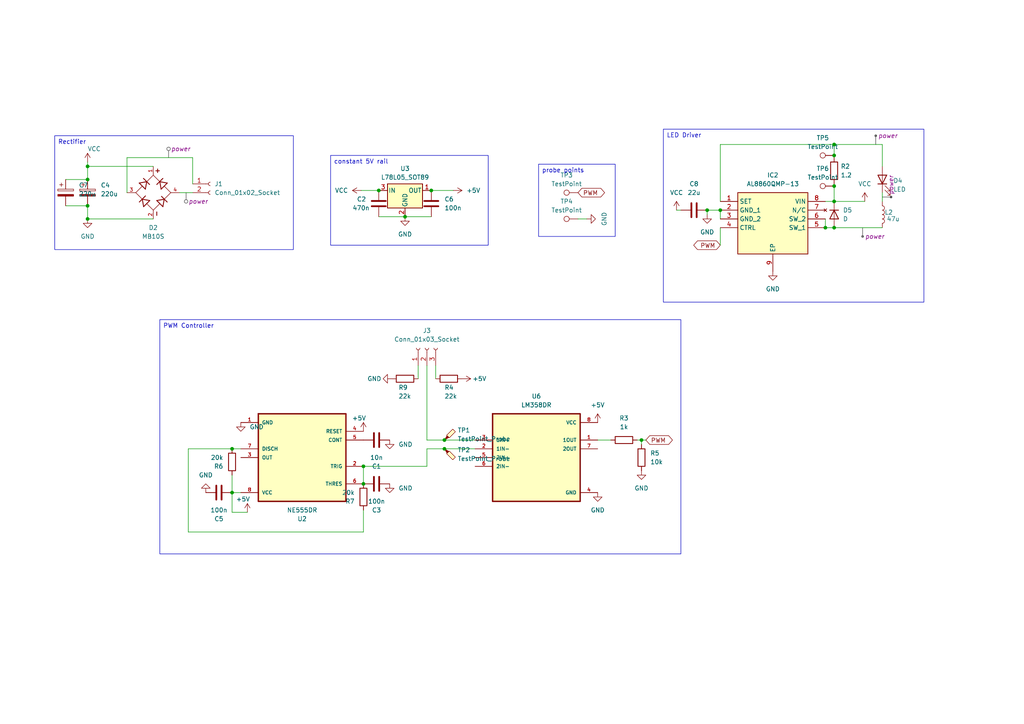
<source format=kicad_sch>
(kicad_sch (version 20230121) (generator eeschema)

  (uuid e6daf8f9-e8c7-4fc2-8e67-1d6b7683b0bc)

  (paper "A4")

  (lib_symbols
    (symbol "AL8860QMP-13:AL8860QMP-13" (in_bom yes) (on_board yes)
      (property "Reference" "IC" (at 26.67 7.62 0)
        (effects (font (size 1.27 1.27)) (justify left top))
      )
      (property "Value" "AL8860QMP-13" (at 26.67 5.08 0)
        (effects (font (size 1.27 1.27)) (justify left top))
      )
      (property "Footprint" "SOP65P490X110-9N" (at 26.67 -94.92 0)
        (effects (font (size 1.27 1.27)) (justify left top) hide)
      )
      (property "Datasheet" "https://www.diodes.com/assets/Datasheets/AL8860Q.pdf" (at 26.67 -194.92 0)
        (effects (font (size 1.27 1.27)) (justify left top) hide)
      )
      (property "Height" "1.1" (at 26.67 -394.92 0)
        (effects (font (size 1.27 1.27)) (justify left top) hide)
      )
      (property "Manufacturer_Name" "Diodes Incorporated" (at 26.67 -494.92 0)
        (effects (font (size 1.27 1.27)) (justify left top) hide)
      )
      (property "Manufacturer_Part_Number" "AL8860QMP-13" (at 26.67 -594.92 0)
        (effects (font (size 1.27 1.27)) (justify left top) hide)
      )
      (property "Mouser Part Number" "621-AL8860QMP-13" (at 26.67 -694.92 0)
        (effects (font (size 1.27 1.27)) (justify left top) hide)
      )
      (property "Mouser Price/Stock" "https://www.mouser.co.uk/ProductDetail/Diodes-Incorporated/AL8860QMP-13?qs=EBDBlbfErPyyWdIw%2F9tthg%3D%3D" (at 26.67 -794.92 0)
        (effects (font (size 1.27 1.27)) (justify left top) hide)
      )
      (property "Arrow Part Number" "AL8860QMP-13" (at 26.67 -894.92 0)
        (effects (font (size 1.27 1.27)) (justify left top) hide)
      )
      (property "Arrow Price/Stock" "https://www.arrow.com/en/products/al8860qmp-13/diodes-incorporated?region=europe" (at 26.67 -994.92 0)
        (effects (font (size 1.27 1.27)) (justify left top) hide)
      )
      (property "ki_description" "LED Lighting Drivers LED MV Int Switch" (at 0 0 0)
        (effects (font (size 1.27 1.27)) hide)
      )
      (symbol "AL8860QMP-13_1_1"
        (rectangle (start 5.08 2.54) (end 25.4 -15.24)
          (stroke (width 0.254) (type default))
          (fill (type background))
        )
        (pin passive line (at 0 0 0) (length 5.08)
          (name "SET" (effects (font (size 1.27 1.27))))
          (number "1" (effects (font (size 1.27 1.27))))
        )
        (pin passive line (at 0 -2.54 0) (length 5.08)
          (name "GND_1" (effects (font (size 1.27 1.27))))
          (number "2" (effects (font (size 1.27 1.27))))
        )
        (pin passive line (at 0 -5.08 0) (length 5.08)
          (name "GND_2" (effects (font (size 1.27 1.27))))
          (number "3" (effects (font (size 1.27 1.27))))
        )
        (pin passive line (at 0 -7.62 0) (length 5.08)
          (name "CTRL" (effects (font (size 1.27 1.27))))
          (number "4" (effects (font (size 1.27 1.27))))
        )
        (pin passive line (at 30.48 -7.62 180) (length 5.08)
          (name "SW_1" (effects (font (size 1.27 1.27))))
          (number "5" (effects (font (size 1.27 1.27))))
        )
        (pin passive line (at 30.48 -5.08 180) (length 5.08)
          (name "SW_2" (effects (font (size 1.27 1.27))))
          (number "6" (effects (font (size 1.27 1.27))))
        )
        (pin no_connect line (at 30.48 -2.54 180) (length 5.08)
          (name "N/C" (effects (font (size 1.27 1.27))))
          (number "7" (effects (font (size 1.27 1.27))))
        )
        (pin passive line (at 30.48 0 180) (length 5.08)
          (name "VIN" (effects (font (size 1.27 1.27))))
          (number "8" (effects (font (size 1.27 1.27))))
        )
        (pin passive line (at 15.24 -20.32 90) (length 5.08)
          (name "EP" (effects (font (size 1.27 1.27))))
          (number "9" (effects (font (size 1.27 1.27))))
        )
      )
    )
    (symbol "Connector:Conn_01x02_Socket" (pin_names (offset 1.016) hide) (in_bom yes) (on_board yes)
      (property "Reference" "J" (at 0 2.54 0)
        (effects (font (size 1.27 1.27)))
      )
      (property "Value" "Conn_01x02_Socket" (at 0 -5.08 0)
        (effects (font (size 1.27 1.27)))
      )
      (property "Footprint" "" (at 0 0 0)
        (effects (font (size 1.27 1.27)) hide)
      )
      (property "Datasheet" "~" (at 0 0 0)
        (effects (font (size 1.27 1.27)) hide)
      )
      (property "ki_locked" "" (at 0 0 0)
        (effects (font (size 1.27 1.27)))
      )
      (property "ki_keywords" "connector" (at 0 0 0)
        (effects (font (size 1.27 1.27)) hide)
      )
      (property "ki_description" "Generic connector, single row, 01x02, script generated" (at 0 0 0)
        (effects (font (size 1.27 1.27)) hide)
      )
      (property "ki_fp_filters" "Connector*:*_1x??_*" (at 0 0 0)
        (effects (font (size 1.27 1.27)) hide)
      )
      (symbol "Conn_01x02_Socket_1_1"
        (arc (start 0 -2.032) (mid -0.5058 -2.54) (end 0 -3.048)
          (stroke (width 0.1524) (type default))
          (fill (type none))
        )
        (polyline
          (pts
            (xy -1.27 -2.54)
            (xy -0.508 -2.54)
          )
          (stroke (width 0.1524) (type default))
          (fill (type none))
        )
        (polyline
          (pts
            (xy -1.27 0)
            (xy -0.508 0)
          )
          (stroke (width 0.1524) (type default))
          (fill (type none))
        )
        (arc (start 0 0.508) (mid -0.5058 0) (end 0 -0.508)
          (stroke (width 0.1524) (type default))
          (fill (type none))
        )
        (pin passive line (at -5.08 0 0) (length 3.81)
          (name "Pin_1" (effects (font (size 1.27 1.27))))
          (number "1" (effects (font (size 1.27 1.27))))
        )
        (pin passive line (at -5.08 -2.54 0) (length 3.81)
          (name "Pin_2" (effects (font (size 1.27 1.27))))
          (number "2" (effects (font (size 1.27 1.27))))
        )
      )
    )
    (symbol "Connector:Conn_01x03_Socket" (pin_names (offset 1.016) hide) (in_bom yes) (on_board yes)
      (property "Reference" "J" (at 0 5.08 0)
        (effects (font (size 1.27 1.27)))
      )
      (property "Value" "Conn_01x03_Socket" (at 0 -5.08 0)
        (effects (font (size 1.27 1.27)))
      )
      (property "Footprint" "" (at 0 0 0)
        (effects (font (size 1.27 1.27)) hide)
      )
      (property "Datasheet" "~" (at 0 0 0)
        (effects (font (size 1.27 1.27)) hide)
      )
      (property "ki_locked" "" (at 0 0 0)
        (effects (font (size 1.27 1.27)))
      )
      (property "ki_keywords" "connector" (at 0 0 0)
        (effects (font (size 1.27 1.27)) hide)
      )
      (property "ki_description" "Generic connector, single row, 01x03, script generated" (at 0 0 0)
        (effects (font (size 1.27 1.27)) hide)
      )
      (property "ki_fp_filters" "Connector*:*_1x??_*" (at 0 0 0)
        (effects (font (size 1.27 1.27)) hide)
      )
      (symbol "Conn_01x03_Socket_1_1"
        (arc (start 0 -2.032) (mid -0.5058 -2.54) (end 0 -3.048)
          (stroke (width 0.1524) (type default))
          (fill (type none))
        )
        (polyline
          (pts
            (xy -1.27 -2.54)
            (xy -0.508 -2.54)
          )
          (stroke (width 0.1524) (type default))
          (fill (type none))
        )
        (polyline
          (pts
            (xy -1.27 0)
            (xy -0.508 0)
          )
          (stroke (width 0.1524) (type default))
          (fill (type none))
        )
        (polyline
          (pts
            (xy -1.27 2.54)
            (xy -0.508 2.54)
          )
          (stroke (width 0.1524) (type default))
          (fill (type none))
        )
        (arc (start 0 0.508) (mid -0.5058 0) (end 0 -0.508)
          (stroke (width 0.1524) (type default))
          (fill (type none))
        )
        (arc (start 0 3.048) (mid -0.5058 2.54) (end 0 2.032)
          (stroke (width 0.1524) (type default))
          (fill (type none))
        )
        (pin passive line (at -5.08 2.54 0) (length 3.81)
          (name "Pin_1" (effects (font (size 1.27 1.27))))
          (number "1" (effects (font (size 1.27 1.27))))
        )
        (pin passive line (at -5.08 0 0) (length 3.81)
          (name "Pin_2" (effects (font (size 1.27 1.27))))
          (number "2" (effects (font (size 1.27 1.27))))
        )
        (pin passive line (at -5.08 -2.54 0) (length 3.81)
          (name "Pin_3" (effects (font (size 1.27 1.27))))
          (number "3" (effects (font (size 1.27 1.27))))
        )
      )
    )
    (symbol "Connector:TestPoint" (pin_numbers hide) (pin_names (offset 0.762) hide) (in_bom yes) (on_board yes)
      (property "Reference" "TP" (at 0 6.858 0)
        (effects (font (size 1.27 1.27)))
      )
      (property "Value" "TestPoint" (at 0 5.08 0)
        (effects (font (size 1.27 1.27)))
      )
      (property "Footprint" "" (at 5.08 0 0)
        (effects (font (size 1.27 1.27)) hide)
      )
      (property "Datasheet" "~" (at 5.08 0 0)
        (effects (font (size 1.27 1.27)) hide)
      )
      (property "ki_keywords" "test point tp" (at 0 0 0)
        (effects (font (size 1.27 1.27)) hide)
      )
      (property "ki_description" "test point" (at 0 0 0)
        (effects (font (size 1.27 1.27)) hide)
      )
      (property "ki_fp_filters" "Pin* Test*" (at 0 0 0)
        (effects (font (size 1.27 1.27)) hide)
      )
      (symbol "TestPoint_0_1"
        (circle (center 0 3.302) (radius 0.762)
          (stroke (width 0) (type default))
          (fill (type none))
        )
      )
      (symbol "TestPoint_1_1"
        (pin passive line (at 0 0 90) (length 2.54)
          (name "1" (effects (font (size 1.27 1.27))))
          (number "1" (effects (font (size 1.27 1.27))))
        )
      )
    )
    (symbol "Connector:TestPoint_Probe" (pin_numbers hide) (pin_names (offset 0.762) hide) (in_bom yes) (on_board yes)
      (property "Reference" "TP" (at 1.651 5.842 0)
        (effects (font (size 1.27 1.27)))
      )
      (property "Value" "TestPoint_Probe" (at 1.651 4.064 0)
        (effects (font (size 1.27 1.27)))
      )
      (property "Footprint" "" (at 5.08 0 0)
        (effects (font (size 1.27 1.27)) hide)
      )
      (property "Datasheet" "~" (at 5.08 0 0)
        (effects (font (size 1.27 1.27)) hide)
      )
      (property "ki_keywords" "test point tp" (at 0 0 0)
        (effects (font (size 1.27 1.27)) hide)
      )
      (property "ki_description" "test point (alternative probe-style design)" (at 0 0 0)
        (effects (font (size 1.27 1.27)) hide)
      )
      (property "ki_fp_filters" "Pin* Test*" (at 0 0 0)
        (effects (font (size 1.27 1.27)) hide)
      )
      (symbol "TestPoint_Probe_0_1"
        (polyline
          (pts
            (xy 1.27 0.762)
            (xy 0 0)
            (xy 0.762 1.27)
            (xy 1.27 0.762)
          )
          (stroke (width 0) (type default))
          (fill (type outline))
        )
        (polyline
          (pts
            (xy 1.397 0.635)
            (xy 0.635 1.397)
            (xy 2.413 3.175)
            (xy 3.175 2.413)
            (xy 1.397 0.635)
          )
          (stroke (width 0) (type default))
          (fill (type background))
        )
      )
      (symbol "TestPoint_Probe_1_1"
        (pin passive line (at 0 0 90) (length 0)
          (name "1" (effects (font (size 1.27 1.27))))
          (number "1" (effects (font (size 1.27 1.27))))
        )
      )
    )
    (symbol "Device:C" (pin_numbers hide) (pin_names (offset 0.254)) (in_bom yes) (on_board yes)
      (property "Reference" "C" (at 0.635 2.54 0)
        (effects (font (size 1.27 1.27)) (justify left))
      )
      (property "Value" "C" (at 0.635 -2.54 0)
        (effects (font (size 1.27 1.27)) (justify left))
      )
      (property "Footprint" "" (at 0.9652 -3.81 0)
        (effects (font (size 1.27 1.27)) hide)
      )
      (property "Datasheet" "~" (at 0 0 0)
        (effects (font (size 1.27 1.27)) hide)
      )
      (property "ki_keywords" "cap capacitor" (at 0 0 0)
        (effects (font (size 1.27 1.27)) hide)
      )
      (property "ki_description" "Unpolarized capacitor" (at 0 0 0)
        (effects (font (size 1.27 1.27)) hide)
      )
      (property "ki_fp_filters" "C_*" (at 0 0 0)
        (effects (font (size 1.27 1.27)) hide)
      )
      (symbol "C_0_1"
        (polyline
          (pts
            (xy -2.032 -0.762)
            (xy 2.032 -0.762)
          )
          (stroke (width 0.508) (type default))
          (fill (type none))
        )
        (polyline
          (pts
            (xy -2.032 0.762)
            (xy 2.032 0.762)
          )
          (stroke (width 0.508) (type default))
          (fill (type none))
        )
      )
      (symbol "C_1_1"
        (pin passive line (at 0 3.81 270) (length 2.794)
          (name "~" (effects (font (size 1.27 1.27))))
          (number "1" (effects (font (size 1.27 1.27))))
        )
        (pin passive line (at 0 -3.81 90) (length 2.794)
          (name "~" (effects (font (size 1.27 1.27))))
          (number "2" (effects (font (size 1.27 1.27))))
        )
      )
    )
    (symbol "Device:C_Polarized" (pin_numbers hide) (pin_names (offset 0.254)) (in_bom yes) (on_board yes)
      (property "Reference" "C" (at 0.635 2.54 0)
        (effects (font (size 1.27 1.27)) (justify left))
      )
      (property "Value" "C_Polarized" (at 0.635 -2.54 0)
        (effects (font (size 1.27 1.27)) (justify left))
      )
      (property "Footprint" "" (at 0.9652 -3.81 0)
        (effects (font (size 1.27 1.27)) hide)
      )
      (property "Datasheet" "~" (at 0 0 0)
        (effects (font (size 1.27 1.27)) hide)
      )
      (property "ki_keywords" "cap capacitor" (at 0 0 0)
        (effects (font (size 1.27 1.27)) hide)
      )
      (property "ki_description" "Polarized capacitor" (at 0 0 0)
        (effects (font (size 1.27 1.27)) hide)
      )
      (property "ki_fp_filters" "CP_*" (at 0 0 0)
        (effects (font (size 1.27 1.27)) hide)
      )
      (symbol "C_Polarized_0_1"
        (rectangle (start -2.286 0.508) (end 2.286 1.016)
          (stroke (width 0) (type default))
          (fill (type none))
        )
        (polyline
          (pts
            (xy -1.778 2.286)
            (xy -0.762 2.286)
          )
          (stroke (width 0) (type default))
          (fill (type none))
        )
        (polyline
          (pts
            (xy -1.27 2.794)
            (xy -1.27 1.778)
          )
          (stroke (width 0) (type default))
          (fill (type none))
        )
        (rectangle (start 2.286 -0.508) (end -2.286 -1.016)
          (stroke (width 0) (type default))
          (fill (type outline))
        )
      )
      (symbol "C_Polarized_1_1"
        (pin passive line (at 0 3.81 270) (length 2.794)
          (name "~" (effects (font (size 1.27 1.27))))
          (number "1" (effects (font (size 1.27 1.27))))
        )
        (pin passive line (at 0 -3.81 90) (length 2.794)
          (name "~" (effects (font (size 1.27 1.27))))
          (number "2" (effects (font (size 1.27 1.27))))
        )
      )
    )
    (symbol "Device:D" (pin_numbers hide) (pin_names (offset 1.016) hide) (in_bom yes) (on_board yes)
      (property "Reference" "D" (at 0 2.54 0)
        (effects (font (size 1.27 1.27)))
      )
      (property "Value" "D" (at 0 -2.54 0)
        (effects (font (size 1.27 1.27)))
      )
      (property "Footprint" "" (at 0 0 0)
        (effects (font (size 1.27 1.27)) hide)
      )
      (property "Datasheet" "~" (at 0 0 0)
        (effects (font (size 1.27 1.27)) hide)
      )
      (property "Sim.Device" "D" (at 0 0 0)
        (effects (font (size 1.27 1.27)) hide)
      )
      (property "Sim.Pins" "1=K 2=A" (at 0 0 0)
        (effects (font (size 1.27 1.27)) hide)
      )
      (property "ki_keywords" "diode" (at 0 0 0)
        (effects (font (size 1.27 1.27)) hide)
      )
      (property "ki_description" "Diode" (at 0 0 0)
        (effects (font (size 1.27 1.27)) hide)
      )
      (property "ki_fp_filters" "TO-???* *_Diode_* *SingleDiode* D_*" (at 0 0 0)
        (effects (font (size 1.27 1.27)) hide)
      )
      (symbol "D_0_1"
        (polyline
          (pts
            (xy -1.27 1.27)
            (xy -1.27 -1.27)
          )
          (stroke (width 0.254) (type default))
          (fill (type none))
        )
        (polyline
          (pts
            (xy 1.27 0)
            (xy -1.27 0)
          )
          (stroke (width 0) (type default))
          (fill (type none))
        )
        (polyline
          (pts
            (xy 1.27 1.27)
            (xy 1.27 -1.27)
            (xy -1.27 0)
            (xy 1.27 1.27)
          )
          (stroke (width 0.254) (type default))
          (fill (type none))
        )
      )
      (symbol "D_1_1"
        (pin passive line (at -3.81 0 0) (length 2.54)
          (name "K" (effects (font (size 1.27 1.27))))
          (number "1" (effects (font (size 1.27 1.27))))
        )
        (pin passive line (at 3.81 0 180) (length 2.54)
          (name "A" (effects (font (size 1.27 1.27))))
          (number "2" (effects (font (size 1.27 1.27))))
        )
      )
    )
    (symbol "Device:L" (pin_numbers hide) (pin_names (offset 1.016) hide) (in_bom yes) (on_board yes)
      (property "Reference" "L" (at -1.27 0 90)
        (effects (font (size 1.27 1.27)))
      )
      (property "Value" "L" (at 1.905 0 90)
        (effects (font (size 1.27 1.27)))
      )
      (property "Footprint" "" (at 0 0 0)
        (effects (font (size 1.27 1.27)) hide)
      )
      (property "Datasheet" "~" (at 0 0 0)
        (effects (font (size 1.27 1.27)) hide)
      )
      (property "ki_keywords" "inductor choke coil reactor magnetic" (at 0 0 0)
        (effects (font (size 1.27 1.27)) hide)
      )
      (property "ki_description" "Inductor" (at 0 0 0)
        (effects (font (size 1.27 1.27)) hide)
      )
      (property "ki_fp_filters" "Choke_* *Coil* Inductor_* L_*" (at 0 0 0)
        (effects (font (size 1.27 1.27)) hide)
      )
      (symbol "L_0_1"
        (arc (start 0 -2.54) (mid 0.6323 -1.905) (end 0 -1.27)
          (stroke (width 0) (type default))
          (fill (type none))
        )
        (arc (start 0 -1.27) (mid 0.6323 -0.635) (end 0 0)
          (stroke (width 0) (type default))
          (fill (type none))
        )
        (arc (start 0 0) (mid 0.6323 0.635) (end 0 1.27)
          (stroke (width 0) (type default))
          (fill (type none))
        )
        (arc (start 0 1.27) (mid 0.6323 1.905) (end 0 2.54)
          (stroke (width 0) (type default))
          (fill (type none))
        )
      )
      (symbol "L_1_1"
        (pin passive line (at 0 3.81 270) (length 1.27)
          (name "1" (effects (font (size 1.27 1.27))))
          (number "1" (effects (font (size 1.27 1.27))))
        )
        (pin passive line (at 0 -3.81 90) (length 1.27)
          (name "2" (effects (font (size 1.27 1.27))))
          (number "2" (effects (font (size 1.27 1.27))))
        )
      )
    )
    (symbol "Device:LED" (pin_numbers hide) (pin_names (offset 1.016) hide) (in_bom yes) (on_board yes)
      (property "Reference" "D" (at 0 2.54 0)
        (effects (font (size 1.27 1.27)))
      )
      (property "Value" "LED" (at 0 -2.54 0)
        (effects (font (size 1.27 1.27)))
      )
      (property "Footprint" "" (at 0 0 0)
        (effects (font (size 1.27 1.27)) hide)
      )
      (property "Datasheet" "~" (at 0 0 0)
        (effects (font (size 1.27 1.27)) hide)
      )
      (property "ki_keywords" "LED diode" (at 0 0 0)
        (effects (font (size 1.27 1.27)) hide)
      )
      (property "ki_description" "Light emitting diode" (at 0 0 0)
        (effects (font (size 1.27 1.27)) hide)
      )
      (property "ki_fp_filters" "LED* LED_SMD:* LED_THT:*" (at 0 0 0)
        (effects (font (size 1.27 1.27)) hide)
      )
      (symbol "LED_0_1"
        (polyline
          (pts
            (xy -1.27 -1.27)
            (xy -1.27 1.27)
          )
          (stroke (width 0.254) (type default))
          (fill (type none))
        )
        (polyline
          (pts
            (xy -1.27 0)
            (xy 1.27 0)
          )
          (stroke (width 0) (type default))
          (fill (type none))
        )
        (polyline
          (pts
            (xy 1.27 -1.27)
            (xy 1.27 1.27)
            (xy -1.27 0)
            (xy 1.27 -1.27)
          )
          (stroke (width 0.254) (type default))
          (fill (type none))
        )
        (polyline
          (pts
            (xy -3.048 -0.762)
            (xy -4.572 -2.286)
            (xy -3.81 -2.286)
            (xy -4.572 -2.286)
            (xy -4.572 -1.524)
          )
          (stroke (width 0) (type default))
          (fill (type none))
        )
        (polyline
          (pts
            (xy -1.778 -0.762)
            (xy -3.302 -2.286)
            (xy -2.54 -2.286)
            (xy -3.302 -2.286)
            (xy -3.302 -1.524)
          )
          (stroke (width 0) (type default))
          (fill (type none))
        )
      )
      (symbol "LED_1_1"
        (pin passive line (at -3.81 0 0) (length 2.54)
          (name "K" (effects (font (size 1.27 1.27))))
          (number "1" (effects (font (size 1.27 1.27))))
        )
        (pin passive line (at 3.81 0 180) (length 2.54)
          (name "A" (effects (font (size 1.27 1.27))))
          (number "2" (effects (font (size 1.27 1.27))))
        )
      )
    )
    (symbol "Device:R" (pin_numbers hide) (pin_names (offset 0)) (in_bom yes) (on_board yes)
      (property "Reference" "R" (at 2.032 0 90)
        (effects (font (size 1.27 1.27)))
      )
      (property "Value" "R" (at 0 0 90)
        (effects (font (size 1.27 1.27)))
      )
      (property "Footprint" "" (at -1.778 0 90)
        (effects (font (size 1.27 1.27)) hide)
      )
      (property "Datasheet" "~" (at 0 0 0)
        (effects (font (size 1.27 1.27)) hide)
      )
      (property "ki_keywords" "R res resistor" (at 0 0 0)
        (effects (font (size 1.27 1.27)) hide)
      )
      (property "ki_description" "Resistor" (at 0 0 0)
        (effects (font (size 1.27 1.27)) hide)
      )
      (property "ki_fp_filters" "R_*" (at 0 0 0)
        (effects (font (size 1.27 1.27)) hide)
      )
      (symbol "R_0_1"
        (rectangle (start -1.016 -2.54) (end 1.016 2.54)
          (stroke (width 0.254) (type default))
          (fill (type none))
        )
      )
      (symbol "R_1_1"
        (pin passive line (at 0 3.81 270) (length 1.27)
          (name "~" (effects (font (size 1.27 1.27))))
          (number "1" (effects (font (size 1.27 1.27))))
        )
        (pin passive line (at 0 -3.81 90) (length 1.27)
          (name "~" (effects (font (size 1.27 1.27))))
          (number "2" (effects (font (size 1.27 1.27))))
        )
      )
    )
    (symbol "LM358DR:LM358DR" (pin_names (offset 1.016)) (in_bom yes) (on_board yes)
      (property "Reference" "U" (at -12.7 13.7 0)
        (effects (font (size 1.27 1.27)) (justify left bottom))
      )
      (property "Value" "LM358DR" (at -12.7 -16.7 0)
        (effects (font (size 1.27 1.27)) (justify left bottom))
      )
      (property "Footprint" "LM358DR:SOIC127P599X175-8N" (at 0 0 0)
        (effects (font (size 1.27 1.27)) (justify bottom) hide)
      )
      (property "Datasheet" "" (at 0 0 0)
        (effects (font (size 1.27 1.27)) hide)
      )
      (property "MP" "LM358DR" (at 0 0 0)
        (effects (font (size 1.27 1.27)) (justify bottom) hide)
      )
      (property "MF" "Texas Instruments" (at 0 0 0)
        (effects (font (size 1.27 1.27)) (justify bottom) hide)
      )
      (property "Description" "\nDual, 30-V, 700-kHz operational amplifier\n" (at 0 0 0)
        (effects (font (size 1.27 1.27)) (justify bottom) hide)
      )
      (property "Package" "SOIC-8 Texas Instruments" (at 0 0 0)
        (effects (font (size 1.27 1.27)) (justify bottom) hide)
      )
      (property "RS_Components_527154_Purchase_URL" "https://www.snapeda.com/api/url_track_click/https%253A//uk.rs-online.com/web/p/op-amps/0527154//%253Futm_campaign%253Dbuynow%2526utm_medium%253Daggregator%2526utm_source%253Dsnapeda%2526cm_mmc%253Daff-_-uk-_-snapeda-_-527154/?unipart_id=6639&manufacturer=Texas Instruments&part_name=LM358DR&search_term=lm358dr" (at 0 0 0)
        (effects (font (size 1.27 1.27)) (justify bottom) hide)
      )
      (property "Check_prices" "https://www.snapeda.com/parts/LM358DR/Texas+Instruments/view-part/?ref=eda" (at 0 0 0)
        (effects (font (size 1.27 1.27)) (justify bottom) hide)
      )
      (property "SnapEDA_Link" "https://www.snapeda.com/parts/LM358DR/Texas+Instruments/view-part/?ref=snap" (at 0 0 0)
        (effects (font (size 1.27 1.27)) (justify bottom) hide)
      )
      (symbol "LM358DR_0_0"
        (rectangle (start -12.7 -12.7) (end 12.7 12.7)
          (stroke (width 0.41) (type default))
          (fill (type background))
        )
        (pin output line (at 17.78 5.08 180) (length 5.08)
          (name "1OUT" (effects (font (size 1.016 1.016))))
          (number "1" (effects (font (size 1.016 1.016))))
        )
        (pin input line (at -17.78 2.54 0) (length 5.08)
          (name "1IN-" (effects (font (size 1.016 1.016))))
          (number "2" (effects (font (size 1.016 1.016))))
        )
        (pin input line (at -17.78 5.08 0) (length 5.08)
          (name "1IN+" (effects (font (size 1.016 1.016))))
          (number "3" (effects (font (size 1.016 1.016))))
        )
        (pin power_in line (at 17.78 -10.16 180) (length 5.08)
          (name "GND" (effects (font (size 1.016 1.016))))
          (number "4" (effects (font (size 1.016 1.016))))
        )
        (pin input line (at -17.78 0 0) (length 5.08)
          (name "2IN+" (effects (font (size 1.016 1.016))))
          (number "5" (effects (font (size 1.016 1.016))))
        )
        (pin input line (at -17.78 -2.54 0) (length 5.08)
          (name "2IN-" (effects (font (size 1.016 1.016))))
          (number "6" (effects (font (size 1.016 1.016))))
        )
        (pin output line (at 17.78 2.54 180) (length 5.08)
          (name "2OUT" (effects (font (size 1.016 1.016))))
          (number "7" (effects (font (size 1.016 1.016))))
        )
        (pin power_in line (at 17.78 10.16 180) (length 5.08)
          (name "VCC" (effects (font (size 1.016 1.016))))
          (number "8" (effects (font (size 1.016 1.016))))
        )
      )
    )
    (symbol "MB10S:MB10S" (pin_names (offset 1.016)) (in_bom yes) (on_board yes)
      (property "Reference" "D" (at 5.08 5.08 0)
        (effects (font (size 1.27 1.27)) (justify left bottom))
      )
      (property "Value" "MB10S" (at 5.08 -7.62 0)
        (effects (font (size 1.27 1.27)) (justify left bottom))
      )
      (property "Footprint" "MB10S:SOIC245P670X290-4N" (at 0 0 0)
        (effects (font (size 1.27 1.27)) (justify bottom) hide)
      )
      (property "Datasheet" "" (at 0 0 0)
        (effects (font (size 1.27 1.27)) hide)
      )
      (property "MF" "ON Semiconductor" (at 0 0 0)
        (effects (font (size 1.27 1.27)) (justify bottom) hide)
      )
      (property "DESCRIPTION" "MB10S Series 0.5 A 1000 V Low Leakage SMT Bridge Rectifier - SOIC-4" (at 0 0 0)
        (effects (font (size 1.27 1.27)) (justify bottom) hide)
      )
      (property "PACKAGE" "SOIC-4 ON Semiconductor" (at 0 0 0)
        (effects (font (size 1.27 1.27)) (justify bottom) hide)
      )
      (property "PRICE" "None" (at 0 0 0)
        (effects (font (size 1.27 1.27)) (justify bottom) hide)
      )
      (property "Package" "SOIC-4 ON Semiconductor" (at 0 0 0)
        (effects (font (size 1.27 1.27)) (justify bottom) hide)
      )
      (property "Check_prices" "https://www.snapeda.com/parts/MB10S/Onsemi/view-part/?ref=eda" (at 0 0 0)
        (effects (font (size 1.27 1.27)) (justify bottom) hide)
      )
      (property "SnapEDA_Link" "https://www.snapeda.com/parts/MB10S/Onsemi/view-part/?ref=snap" (at 0 0 0)
        (effects (font (size 1.27 1.27)) (justify bottom) hide)
      )
      (property "MP" "MB10S" (at 0 0 0)
        (effects (font (size 1.27 1.27)) (justify bottom) hide)
      )
      (property "AVAILABILITY" "Unavailable" (at 0 0 0)
        (effects (font (size 1.27 1.27)) (justify bottom) hide)
      )
      (property "Description" "\nBridge Rectifier Single Phase Standard 1 kV Surface Mount 4-SOIC\n" (at 0 0 0)
        (effects (font (size 1.27 1.27)) (justify bottom) hide)
      )
      (symbol "MB10S_0_0"
        (polyline
          (pts
            (xy -6.858 1.27)
            (xy -5.842 1.27)
          )
          (stroke (width 0.254) (type default))
          (fill (type none))
        )
        (polyline
          (pts
            (xy -6.35 0.762)
            (xy -6.35 1.778)
          )
          (stroke (width 0.254) (type default))
          (fill (type none))
        )
        (polyline
          (pts
            (xy -5.08 0)
            (xy -3.175 -1.905)
          )
          (stroke (width 0.1524) (type default))
          (fill (type none))
        )
        (polyline
          (pts
            (xy -3.175 -1.905)
            (xy -2.794 -4.064)
          )
          (stroke (width 0.254) (type default))
          (fill (type none))
        )
        (polyline
          (pts
            (xy -3.175 -1.905)
            (xy -1.016 -2.286)
          )
          (stroke (width 0.254) (type default))
          (fill (type none))
        )
        (polyline
          (pts
            (xy -3.175 1.905)
            (xy -5.08 0)
          )
          (stroke (width 0.1524) (type default))
          (fill (type none))
        )
        (polyline
          (pts
            (xy -3.175 1.905)
            (xy -2.794 4.064)
          )
          (stroke (width 0.254) (type default))
          (fill (type none))
        )
        (polyline
          (pts
            (xy -3.175 1.905)
            (xy -1.016 2.286)
          )
          (stroke (width 0.254) (type default))
          (fill (type none))
        )
        (polyline
          (pts
            (xy -2.3622 -1.0668)
            (xy -4.1402 -2.8448)
          )
          (stroke (width 0.254) (type default))
          (fill (type none))
        )
        (polyline
          (pts
            (xy -2.3622 1.016)
            (xy -4.1402 2.794)
          )
          (stroke (width 0.254) (type default))
          (fill (type none))
        )
        (polyline
          (pts
            (xy -1.016 -2.286)
            (xy -2.794 -4.064)
          )
          (stroke (width 0.254) (type default))
          (fill (type none))
        )
        (polyline
          (pts
            (xy -1.016 2.286)
            (xy -2.794 4.064)
          )
          (stroke (width 0.254) (type default))
          (fill (type none))
        )
        (polyline
          (pts
            (xy 0 -5.08)
            (xy -1.8034 -3.2766)
          )
          (stroke (width 0.1524) (type default))
          (fill (type none))
        )
        (polyline
          (pts
            (xy 0 -5.08)
            (xy 1.905 -3.175)
          )
          (stroke (width 0.1524) (type default))
          (fill (type none))
        )
        (polyline
          (pts
            (xy 0 5.08)
            (xy -1.8034 3.2766)
          )
          (stroke (width 0.1524) (type default))
          (fill (type none))
        )
        (polyline
          (pts
            (xy 1.905 -3.175)
            (xy 2.286 -1.016)
          )
          (stroke (width 0.254) (type default))
          (fill (type none))
        )
        (polyline
          (pts
            (xy 1.905 -3.175)
            (xy 4.064 -2.794)
          )
          (stroke (width 0.254) (type default))
          (fill (type none))
        )
        (polyline
          (pts
            (xy 1.905 3.175)
            (xy 0 5.08)
          )
          (stroke (width 0.1524) (type default))
          (fill (type none))
        )
        (polyline
          (pts
            (xy 1.905 3.175)
            (xy 2.286 1.016)
          )
          (stroke (width 0.254) (type default))
          (fill (type none))
        )
        (polyline
          (pts
            (xy 1.905 3.175)
            (xy 4.064 2.794)
          )
          (stroke (width 0.254) (type default))
          (fill (type none))
        )
        (polyline
          (pts
            (xy 2.7178 -4.0386)
            (xy 0.9398 -2.2606)
          )
          (stroke (width 0.254) (type default))
          (fill (type none))
        )
        (polyline
          (pts
            (xy 2.7178 4.0386)
            (xy 1.0668 2.3876)
          )
          (stroke (width 0.254) (type default))
          (fill (type none))
        )
        (polyline
          (pts
            (xy 3.2766 -1.8034)
            (xy 5.08 0)
          )
          (stroke (width 0.1524) (type default))
          (fill (type none))
        )
        (polyline
          (pts
            (xy 4.064 -2.794)
            (xy 2.286 -1.016)
          )
          (stroke (width 0.254) (type default))
          (fill (type none))
        )
        (polyline
          (pts
            (xy 4.064 2.794)
            (xy 2.286 1.016)
          )
          (stroke (width 0.254) (type default))
          (fill (type none))
        )
        (polyline
          (pts
            (xy 5.08 0)
            (xy 3.2766 1.8034)
          )
          (stroke (width 0.1524) (type default))
          (fill (type none))
        )
        (polyline
          (pts
            (xy 5.588 1.016)
            (xy 6.604 1.016)
          )
          (stroke (width 0.254) (type default))
          (fill (type none))
        )
        (pin passive line (at -7.62 0 0) (length 2.54)
          (name "~" (effects (font (size 1.016 1.016))))
          (number "1" (effects (font (size 1.016 1.016))))
        )
        (pin passive line (at 7.62 0 180) (length 2.54)
          (name "~" (effects (font (size 1.016 1.016))))
          (number "2" (effects (font (size 1.016 1.016))))
        )
        (pin passive line (at 0 -7.62 90) (length 2.54)
          (name "~" (effects (font (size 1.016 1.016))))
          (number "3" (effects (font (size 1.016 1.016))))
        )
        (pin passive line (at 0 7.62 270) (length 2.54)
          (name "~" (effects (font (size 1.016 1.016))))
          (number "4" (effects (font (size 1.016 1.016))))
        )
      )
    )
    (symbol "NE555DR:NE555DR" (pin_names (offset 1.016)) (in_bom yes) (on_board yes)
      (property "Reference" "U" (at -12.7 13.7 0)
        (effects (font (size 1.27 1.27)) (justify left bottom))
      )
      (property "Value" "NE555DR" (at -12.7 -16.7 0)
        (effects (font (size 1.27 1.27)) (justify left bottom))
      )
      (property "Footprint" "NE555DR:SOIC127P599X175-8N" (at 0 0 0)
        (effects (font (size 1.27 1.27)) (justify bottom) hide)
      )
      (property "Datasheet" "" (at 0 0 0)
        (effects (font (size 1.27 1.27)) hide)
      )
      (property "DigiKey_Part_Number" "296-6501-2-ND" (at 0 0 0)
        (effects (font (size 1.27 1.27)) (justify bottom) hide)
      )
      (property "MF" "Texas Instruments" (at 0 0 0)
        (effects (font (size 1.27 1.27)) (justify bottom) hide)
      )
      (property "MOUSER-PURCHASE-URL" "https://snapeda.com/shop?store=Mouser&id=290253" (at 0 0 0)
        (effects (font (size 1.27 1.27)) (justify bottom) hide)
      )
      (property "DESCRIPTION" "Precision Timers 8-SOIC -40 to 105" (at 0 0 0)
        (effects (font (size 1.27 1.27)) (justify bottom) hide)
      )
      (property "PACKAGE" "SOIC-8 Texas Instruments" (at 0 0 0)
        (effects (font (size 1.27 1.27)) (justify bottom) hide)
      )
      (property "PRICE" "None" (at 0 0 0)
        (effects (font (size 1.27 1.27)) (justify bottom) hide)
      )
      (property "Package" "SOIC-8 Texas Instruments" (at 0 0 0)
        (effects (font (size 1.27 1.27)) (justify bottom) hide)
      )
      (property "Check_prices" "https://www.snapeda.com/parts/NE555DR/Texas+Instruments/view-part/?ref=eda" (at 0 0 0)
        (effects (font (size 1.27 1.27)) (justify bottom) hide)
      )
      (property "SnapEDA_Link" "https://www.snapeda.com/parts/NE555DR/Texas+Instruments/view-part/?ref=snap" (at 0 0 0)
        (effects (font (size 1.27 1.27)) (justify bottom) hide)
      )
      (property "MP" "NE555DR" (at 0 0 0)
        (effects (font (size 1.27 1.27)) (justify bottom) hide)
      )
      (property "TEXAS_INSTRUMENTS-PURCHASE-URL" "https://snapeda.com/shop?store=Texas+Instruments&id=290253" (at 0 0 0)
        (effects (font (size 1.27 1.27)) (justify bottom) hide)
      )
      (property "ARROW_ELECTRONICS-PURCHASE-URL" "https://snapeda.com/shop?store=Arrow+Electronics&id=290253" (at 0 0 0)
        (effects (font (size 1.27 1.27)) (justify bottom) hide)
      )
      (property "AVAILABILITY" "Unavailable" (at 0 0 0)
        (effects (font (size 1.27 1.27)) (justify bottom) hide)
      )
      (property "DIGIKEY-PURCHASE-URL" "https://snapeda.com/shop?store=DigiKey&id=290253" (at 0 0 0)
        (effects (font (size 1.27 1.27)) (justify bottom) hide)
      )
      (property "Description" "\nSingle Precision Timer\n" (at 0 0 0)
        (effects (font (size 1.27 1.27)) (justify bottom) hide)
      )
      (symbol "NE555DR_0_0"
        (rectangle (start -12.7 -12.7) (end 12.7 12.7)
          (stroke (width 0.41) (type default))
          (fill (type background))
        )
        (pin power_in line (at 17.78 -10.16 180) (length 5.08)
          (name "GND" (effects (font (size 1.016 1.016))))
          (number "1" (effects (font (size 1.016 1.016))))
        )
        (pin input line (at -17.78 2.54 0) (length 5.08)
          (name "TRIG" (effects (font (size 1.016 1.016))))
          (number "2" (effects (font (size 1.016 1.016))))
        )
        (pin output line (at 17.78 0 180) (length 5.08)
          (name "OUT" (effects (font (size 1.016 1.016))))
          (number "3" (effects (font (size 1.016 1.016))))
        )
        (pin input line (at -17.78 -7.62 0) (length 5.08)
          (name "RESET" (effects (font (size 1.016 1.016))))
          (number "4" (effects (font (size 1.016 1.016))))
        )
        (pin bidirectional line (at -17.78 -5.08 0) (length 5.08)
          (name "CONT" (effects (font (size 1.016 1.016))))
          (number "5" (effects (font (size 1.016 1.016))))
        )
        (pin input line (at -17.78 7.62 0) (length 5.08)
          (name "THRES" (effects (font (size 1.016 1.016))))
          (number "6" (effects (font (size 1.016 1.016))))
        )
        (pin output line (at 17.78 -2.54 180) (length 5.08)
          (name "DISCH" (effects (font (size 1.016 1.016))))
          (number "7" (effects (font (size 1.016 1.016))))
        )
        (pin power_in line (at 17.78 10.16 180) (length 5.08)
          (name "VCC" (effects (font (size 1.016 1.016))))
          (number "8" (effects (font (size 1.016 1.016))))
        )
      )
    )
    (symbol "Regulator_Linear:L78L05_SOT89" (pin_names (offset 0.254)) (in_bom yes) (on_board yes)
      (property "Reference" "U" (at -3.81 3.175 0)
        (effects (font (size 1.27 1.27)))
      )
      (property "Value" "L78L05_SOT89" (at -0.635 3.175 0)
        (effects (font (size 1.27 1.27)) (justify left))
      )
      (property "Footprint" "Package_TO_SOT_SMD:SOT-89-3" (at 0 5.08 0)
        (effects (font (size 1.27 1.27) italic) hide)
      )
      (property "Datasheet" "http://www.st.com/content/ccc/resource/technical/document/datasheet/15/55/e5/aa/23/5b/43/fd/CD00000446.pdf/files/CD00000446.pdf/jcr:content/translations/en.CD00000446.pdf" (at 0 -1.27 0)
        (effects (font (size 1.27 1.27)) hide)
      )
      (property "ki_keywords" "Voltage Regulator 100mA Positive" (at 0 0 0)
        (effects (font (size 1.27 1.27)) hide)
      )
      (property "ki_description" "Positive 100mA 30V Linear Regulator, Fixed Output 5V, SOT-89" (at 0 0 0)
        (effects (font (size 1.27 1.27)) hide)
      )
      (property "ki_fp_filters" "SOT?89*" (at 0 0 0)
        (effects (font (size 1.27 1.27)) hide)
      )
      (symbol "L78L05_SOT89_0_1"
        (rectangle (start -5.08 1.905) (end 5.08 -5.08)
          (stroke (width 0.254) (type default))
          (fill (type background))
        )
      )
      (symbol "L78L05_SOT89_1_1"
        (pin power_out line (at 7.62 0 180) (length 2.54)
          (name "OUT" (effects (font (size 1.27 1.27))))
          (number "1" (effects (font (size 1.27 1.27))))
        )
        (pin power_in line (at 0 -7.62 90) (length 2.54)
          (name "GND" (effects (font (size 1.27 1.27))))
          (number "2" (effects (font (size 1.27 1.27))))
        )
        (pin power_in line (at -7.62 0 0) (length 2.54)
          (name "IN" (effects (font (size 1.27 1.27))))
          (number "3" (effects (font (size 1.27 1.27))))
        )
      )
    )
    (symbol "power:+5V" (power) (pin_names (offset 0)) (in_bom yes) (on_board yes)
      (property "Reference" "#PWR" (at 0 -3.81 0)
        (effects (font (size 1.27 1.27)) hide)
      )
      (property "Value" "+5V" (at 0 3.556 0)
        (effects (font (size 1.27 1.27)))
      )
      (property "Footprint" "" (at 0 0 0)
        (effects (font (size 1.27 1.27)) hide)
      )
      (property "Datasheet" "" (at 0 0 0)
        (effects (font (size 1.27 1.27)) hide)
      )
      (property "ki_keywords" "global power" (at 0 0 0)
        (effects (font (size 1.27 1.27)) hide)
      )
      (property "ki_description" "Power symbol creates a global label with name \"+5V\"" (at 0 0 0)
        (effects (font (size 1.27 1.27)) hide)
      )
      (symbol "+5V_0_1"
        (polyline
          (pts
            (xy -0.762 1.27)
            (xy 0 2.54)
          )
          (stroke (width 0) (type default))
          (fill (type none))
        )
        (polyline
          (pts
            (xy 0 0)
            (xy 0 2.54)
          )
          (stroke (width 0) (type default))
          (fill (type none))
        )
        (polyline
          (pts
            (xy 0 2.54)
            (xy 0.762 1.27)
          )
          (stroke (width 0) (type default))
          (fill (type none))
        )
      )
      (symbol "+5V_1_1"
        (pin power_in line (at 0 0 90) (length 0) hide
          (name "+5V" (effects (font (size 1.27 1.27))))
          (number "1" (effects (font (size 1.27 1.27))))
        )
      )
    )
    (symbol "power:GND" (power) (pin_names (offset 0)) (in_bom yes) (on_board yes)
      (property "Reference" "#PWR" (at 0 -6.35 0)
        (effects (font (size 1.27 1.27)) hide)
      )
      (property "Value" "GND" (at 0 -3.81 0)
        (effects (font (size 1.27 1.27)))
      )
      (property "Footprint" "" (at 0 0 0)
        (effects (font (size 1.27 1.27)) hide)
      )
      (property "Datasheet" "" (at 0 0 0)
        (effects (font (size 1.27 1.27)) hide)
      )
      (property "ki_keywords" "global power" (at 0 0 0)
        (effects (font (size 1.27 1.27)) hide)
      )
      (property "ki_description" "Power symbol creates a global label with name \"GND\" , ground" (at 0 0 0)
        (effects (font (size 1.27 1.27)) hide)
      )
      (symbol "GND_0_1"
        (polyline
          (pts
            (xy 0 0)
            (xy 0 -1.27)
            (xy 1.27 -1.27)
            (xy 0 -2.54)
            (xy -1.27 -1.27)
            (xy 0 -1.27)
          )
          (stroke (width 0) (type default))
          (fill (type none))
        )
      )
      (symbol "GND_1_1"
        (pin power_in line (at 0 0 270) (length 0) hide
          (name "GND" (effects (font (size 1.27 1.27))))
          (number "1" (effects (font (size 1.27 1.27))))
        )
      )
    )
    (symbol "power:VCC" (power) (pin_names (offset 0)) (in_bom yes) (on_board yes)
      (property "Reference" "#PWR" (at 0 -3.81 0)
        (effects (font (size 1.27 1.27)) hide)
      )
      (property "Value" "VCC" (at 0 3.81 0)
        (effects (font (size 1.27 1.27)))
      )
      (property "Footprint" "" (at 0 0 0)
        (effects (font (size 1.27 1.27)) hide)
      )
      (property "Datasheet" "" (at 0 0 0)
        (effects (font (size 1.27 1.27)) hide)
      )
      (property "ki_keywords" "global power" (at 0 0 0)
        (effects (font (size 1.27 1.27)) hide)
      )
      (property "ki_description" "Power symbol creates a global label with name \"VCC\"" (at 0 0 0)
        (effects (font (size 1.27 1.27)) hide)
      )
      (symbol "VCC_0_1"
        (polyline
          (pts
            (xy -0.762 1.27)
            (xy 0 2.54)
          )
          (stroke (width 0) (type default))
          (fill (type none))
        )
        (polyline
          (pts
            (xy 0 0)
            (xy 0 2.54)
          )
          (stroke (width 0) (type default))
          (fill (type none))
        )
        (polyline
          (pts
            (xy 0 2.54)
            (xy 0.762 1.27)
          )
          (stroke (width 0) (type default))
          (fill (type none))
        )
      )
      (symbol "VCC_1_1"
        (pin power_in line (at 0 0 90) (length 0) hide
          (name "VCC" (effects (font (size 1.27 1.27))))
          (number "1" (effects (font (size 1.27 1.27))))
        )
      )
    )
  )

  (junction (at 25.4 52.07) (diameter 0) (color 0 0 0 0)
    (uuid 05d99d9e-f89e-4cd4-8505-0f0ab47f7c4a)
  )
  (junction (at 239.395 66.04) (diameter 0) (color 0 0 0 0)
    (uuid 0798a7c0-ad04-47e5-8c01-a76b674f4940)
  )
  (junction (at 128.905 130.175) (diameter 0) (color 0 0 0 0)
    (uuid 0fe78b92-4df9-48e7-a56a-405c0ddcf37a)
  )
  (junction (at 186.055 127.635) (diameter 0) (color 0 0 0 0)
    (uuid 1b40ff12-f2b3-4cbb-b13b-b2b1d18630c5)
  )
  (junction (at 205.105 60.96) (diameter 0) (color 0 0 0 0)
    (uuid 25d3f983-11b8-4726-a540-663a60caa0ed)
  )
  (junction (at 25.4 63.5) (diameter 0) (color 0 0 0 0)
    (uuid 31c71d9b-7e6e-4916-a1dc-6ff6d40b4ef5)
  )
  (junction (at 128.905 127.635) (diameter 0) (color 0 0 0 0)
    (uuid 377c92c4-81d3-4f0d-ad79-d729a8560ad5)
  )
  (junction (at 105.41 135.255) (diameter 0) (color 0 0 0 0)
    (uuid 3d4491d5-b5cc-432e-94dd-4bbf918538b7)
  )
  (junction (at 109.855 55.245) (diameter 0) (color 0 0 0 0)
    (uuid 641d6f9f-8ce4-4e98-a9a5-8206b4a7b497)
  )
  (junction (at 25.4 59.69) (diameter 0) (color 0 0 0 0)
    (uuid 78b017f0-bd9d-454d-9b5a-1fe46c4fd46d)
  )
  (junction (at 241.935 58.42) (diameter 0) (color 0 0 0 0)
    (uuid 79656558-469d-44c3-a32a-96b689b2e4bc)
  )
  (junction (at 208.915 60.96) (diameter 0) (color 0 0 0 0)
    (uuid 867b746b-e46b-4b00-915f-8bd2d50ae1e2)
  )
  (junction (at 241.935 66.04) (diameter 0) (color 0 0 0 0)
    (uuid 99548260-a336-4f64-af60-9e64035a9cc7)
  )
  (junction (at 25.4 48.26) (diameter 0) (color 0 0 0 0)
    (uuid 9bbb98d2-0438-4483-8631-64bcb03351ad)
  )
  (junction (at 241.935 45.085) (diameter 0) (color 0 0 0 0)
    (uuid 9f997953-3430-4a3e-931b-18c57bd4d795)
  )
  (junction (at 117.475 62.865) (diameter 0) (color 0 0 0 0)
    (uuid b35d455d-e9d8-4e81-9b96-99e6e0d70918)
  )
  (junction (at 241.935 53.975) (diameter 0) (color 0 0 0 0)
    (uuid ca7b5469-3f96-4814-8dff-e3b07f925494)
  )
  (junction (at 105.41 140.335) (diameter 0) (color 0 0 0 0)
    (uuid d8fcb22c-64ff-4da4-81d4-85209481f00e)
  )
  (junction (at 67.31 142.875) (diameter 0) (color 0 0 0 0)
    (uuid e001aa42-1c53-462e-be0e-fe101b21e2b0)
  )
  (junction (at 125.095 55.245) (diameter 0) (color 0 0 0 0)
    (uuid e1b74b23-06ed-48b7-a452-6fd6eb302fc0)
  )
  (junction (at 67.31 130.175) (diameter 0) (color 0 0 0 0)
    (uuid e5d6c7ef-9f5c-466b-bccf-ab75a4f0df77)
  )
  (junction (at 241.935 41.91) (diameter 0) (color 0 0 0 0)
    (uuid f54890c2-7ead-4122-b5d4-e394a0b4d7c3)
  )

  (wire (pts (xy 109.855 62.865) (xy 117.475 62.865))
    (stroke (width 0) (type default))
    (uuid 0030e6d3-1e56-4809-886d-5c504de8c7f4)
  )
  (wire (pts (xy 208.915 71.12) (xy 208.915 66.04))
    (stroke (width 0) (type default))
    (uuid 007d7eaa-5834-40ea-85b1-55349de98b63)
  )
  (wire (pts (xy 67.31 142.875) (xy 67.31 137.795))
    (stroke (width 0) (type default))
    (uuid 0150a201-15a5-4570-86d8-dfbcab4baf4b)
  )
  (wire (pts (xy 104.775 55.245) (xy 109.855 55.245))
    (stroke (width 0) (type default))
    (uuid 02f3368d-d3b5-4ce5-bdad-a9001a1bc115)
  )
  (wire (pts (xy 208.915 58.42) (xy 208.915 41.91))
    (stroke (width 0) (type default))
    (uuid 06850a44-4e5a-4661-90c2-238309b19f15)
  )
  (wire (pts (xy 186.055 128.905) (xy 186.055 127.635))
    (stroke (width 0) (type default))
    (uuid 08bffb7c-05c8-451d-8270-54a57f9d4194)
  )
  (wire (pts (xy 241.935 53.975) (xy 241.935 58.42))
    (stroke (width 0) (type default))
    (uuid 0b32b7aa-fee3-493e-a046-2c8a8ff4295a)
  )
  (wire (pts (xy 241.935 53.34) (xy 241.935 53.975))
    (stroke (width 0) (type default))
    (uuid 0de46eb6-f83d-42a8-b430-b477b2470139)
  )
  (wire (pts (xy 67.31 142.875) (xy 67.31 148.59))
    (stroke (width 0) (type default))
    (uuid 1da756bd-be63-4b08-9214-51e21b3ba0cd)
  )
  (wire (pts (xy 205.105 60.96) (xy 208.915 60.96))
    (stroke (width 0) (type default))
    (uuid 235cdaff-44ed-47cb-b51d-c7d26921046b)
  )
  (wire (pts (xy 173.355 127.635) (xy 177.165 127.635))
    (stroke (width 0) (type default))
    (uuid 2691e21b-4ab7-45b1-9dde-40846f123ea1)
  )
  (wire (pts (xy 241.935 41.91) (xy 241.935 45.085))
    (stroke (width 0) (type default))
    (uuid 26efe9ed-6505-4319-aa08-c36299afd259)
  )
  (wire (pts (xy 123.825 127.635) (xy 128.905 127.635))
    (stroke (width 0) (type default))
    (uuid 29d07a51-e085-461f-82e1-034302d36127)
  )
  (wire (pts (xy 19.05 52.07) (xy 25.4 52.07))
    (stroke (width 0) (type default))
    (uuid 39d72531-e427-4629-82dd-86f0a9602a51)
  )
  (wire (pts (xy 255.905 58.42) (xy 255.905 55.88))
    (stroke (width 0) (type default))
    (uuid 3d380453-9e02-45db-a68f-f9c642ef6808)
  )
  (wire (pts (xy 25.4 48.26) (xy 44.45 48.26))
    (stroke (width 0) (type default))
    (uuid 3fff7e7a-57b8-41ae-8442-a28b9106b041)
  )
  (wire (pts (xy 25.4 59.69) (xy 25.4 63.5))
    (stroke (width 0) (type default))
    (uuid 4866187b-725f-4b3a-84eb-a2909149b910)
  )
  (wire (pts (xy 239.395 66.04) (xy 241.935 66.04))
    (stroke (width 0) (type default))
    (uuid 4eae1327-0a01-45dd-83c3-75ecf82103f3)
  )
  (wire (pts (xy 55.88 45.72) (xy 55.88 53.34))
    (stroke (width 0) (type default))
    (uuid 518c2148-11da-4e7f-89d0-7ffb75a77e5f)
  )
  (wire (pts (xy 186.055 127.635) (xy 187.325 127.635))
    (stroke (width 0) (type default))
    (uuid 5209df48-64e3-4fb0-9f9c-459f7d6c2048)
  )
  (wire (pts (xy 67.31 130.175) (xy 54.61 130.175))
    (stroke (width 0) (type default))
    (uuid 58bc4f0c-1a57-457a-a5f0-105c26b14928)
  )
  (wire (pts (xy 205.105 62.23) (xy 205.105 60.96))
    (stroke (width 0) (type default))
    (uuid 63e7ae84-ec44-4300-9506-7eea59ecd233)
  )
  (wire (pts (xy 126.365 106.045) (xy 126.365 109.855))
    (stroke (width 0) (type default))
    (uuid 6482b971-c410-46bf-9eea-fb37bbad3011)
  )
  (wire (pts (xy 25.4 48.26) (xy 25.4 52.07))
    (stroke (width 0) (type default))
    (uuid 69da215b-7381-4b21-98e8-07d689babed4)
  )
  (wire (pts (xy 170.18 63.5) (xy 167.64 63.5))
    (stroke (width 0) (type default))
    (uuid 6d08da28-5070-492b-867a-5b962b9d120d)
  )
  (wire (pts (xy 241.935 41.91) (xy 255.905 41.91))
    (stroke (width 0) (type default))
    (uuid 71a29dd2-7186-4a71-9cd8-d93068d5db13)
  )
  (wire (pts (xy 241.935 58.42) (xy 250.825 58.42))
    (stroke (width 0) (type default))
    (uuid 72b33dcd-9b9b-4969-9a9a-3a4aeaa985b4)
  )
  (wire (pts (xy 52.07 55.88) (xy 55.88 55.88))
    (stroke (width 0) (type default))
    (uuid 77739be8-f32f-4ab9-b066-2d79876e178a)
  )
  (wire (pts (xy 36.83 45.72) (xy 55.88 45.72))
    (stroke (width 0) (type default))
    (uuid 90cc5f25-9583-4f6d-8ee4-ba1ed55f43d7)
  )
  (wire (pts (xy 186.055 127.635) (xy 184.785 127.635))
    (stroke (width 0) (type default))
    (uuid 9689b701-9fd9-45ae-acb5-aca619cfeca7)
  )
  (wire (pts (xy 69.85 130.175) (xy 67.31 130.175))
    (stroke (width 0) (type default))
    (uuid a0983973-9a5d-40e0-8b29-62cb42c461eb)
  )
  (wire (pts (xy 255.905 66.04) (xy 241.935 66.04))
    (stroke (width 0) (type default))
    (uuid a2014733-aa15-4608-ae1d-1acb8cd450f2)
  )
  (wire (pts (xy 123.825 130.175) (xy 128.905 130.175))
    (stroke (width 0) (type default))
    (uuid a3dd8016-579d-46d7-b2b2-178bc45e4254)
  )
  (wire (pts (xy 25.4 46.99) (xy 25.4 48.26))
    (stroke (width 0) (type default))
    (uuid a4411866-bd03-4946-9307-7e8dfbc3e87f)
  )
  (wire (pts (xy 239.395 63.5) (xy 239.395 66.04))
    (stroke (width 0) (type default))
    (uuid a93cd9f9-714c-4579-873b-41715c298541)
  )
  (wire (pts (xy 123.825 135.255) (xy 105.41 135.255))
    (stroke (width 0) (type default))
    (uuid ae83b782-aeff-4fe9-96b6-8a457af61d2d)
  )
  (wire (pts (xy 67.31 148.59) (xy 71.755 148.59))
    (stroke (width 0) (type default))
    (uuid b046faca-8b28-4265-917c-71e39a041bf0)
  )
  (wire (pts (xy 36.83 55.88) (xy 36.83 45.72))
    (stroke (width 0) (type default))
    (uuid b53eb5bf-bb92-4fd5-9e68-e271f5abb458)
  )
  (wire (pts (xy 208.915 60.96) (xy 208.915 63.5))
    (stroke (width 0) (type default))
    (uuid b63dfb04-1f08-4ec3-a847-7221766b01e0)
  )
  (wire (pts (xy 241.935 58.42) (xy 239.395 58.42))
    (stroke (width 0) (type default))
    (uuid bb9a22d1-5d80-4c88-b2d7-420974fbb29a)
  )
  (wire (pts (xy 54.61 130.175) (xy 54.61 154.305))
    (stroke (width 0) (type default))
    (uuid bc1bd2c7-911c-46df-8bb9-2d0e6c15607a)
  )
  (wire (pts (xy 123.825 130.175) (xy 123.825 135.255))
    (stroke (width 0) (type default))
    (uuid bdb7206a-a902-40de-85e7-4ad2be8f9e07)
  )
  (wire (pts (xy 54.61 154.305) (xy 105.41 154.305))
    (stroke (width 0) (type default))
    (uuid bf424fc2-647f-4458-917f-918d4257f476)
  )
  (wire (pts (xy 121.285 106.045) (xy 121.285 109.855))
    (stroke (width 0) (type default))
    (uuid c19305d6-7f92-4d0a-9ca7-f13c7294ac04)
  )
  (wire (pts (xy 196.215 60.96) (xy 197.485 60.96))
    (stroke (width 0) (type default))
    (uuid caaf89ca-4f2b-495b-9749-349bd54b612a)
  )
  (wire (pts (xy 128.905 130.175) (xy 137.795 130.175))
    (stroke (width 0) (type default))
    (uuid cbe87dcc-295d-4d20-8e71-c7f539dda681)
  )
  (wire (pts (xy 128.905 127.635) (xy 137.795 127.635))
    (stroke (width 0) (type default))
    (uuid d08324c9-4233-417b-892d-42b991576ee1)
  )
  (wire (pts (xy 241.935 45.085) (xy 241.935 45.72))
    (stroke (width 0) (type default))
    (uuid d6bb2305-81a1-4c16-9fe4-53260b1c5707)
  )
  (wire (pts (xy 255.905 41.91) (xy 255.905 48.26))
    (stroke (width 0) (type default))
    (uuid dd6ec845-bc1f-4134-863b-d6f25ddfaba6)
  )
  (wire (pts (xy 67.31 142.875) (xy 69.85 142.875))
    (stroke (width 0) (type default))
    (uuid dfa4d026-dd20-49c7-90d3-93fc145296ee)
  )
  (wire (pts (xy 208.915 41.91) (xy 241.935 41.91))
    (stroke (width 0) (type default))
    (uuid e13bc68a-465e-42c0-b705-b953c3500ea9)
  )
  (wire (pts (xy 25.4 63.5) (xy 44.45 63.5))
    (stroke (width 0) (type default))
    (uuid e1ae9b3d-a5f0-4f48-a88d-00da267c50b2)
  )
  (wire (pts (xy 117.475 62.865) (xy 125.095 62.865))
    (stroke (width 0) (type default))
    (uuid ec794f3b-5818-4369-aa45-7d1c5069244e)
  )
  (wire (pts (xy 19.05 59.69) (xy 25.4 59.69))
    (stroke (width 0) (type default))
    (uuid f1382f95-645b-4115-935d-5aaddd4211c1)
  )
  (wire (pts (xy 123.825 106.045) (xy 123.825 127.635))
    (stroke (width 0) (type default))
    (uuid f21dcc7b-8232-4951-92d0-1a944f5002e1)
  )
  (wire (pts (xy 105.41 140.335) (xy 105.41 135.255))
    (stroke (width 0) (type default))
    (uuid f3356e9c-4ada-4a2e-8ddd-bd6a84a6dd24)
  )
  (wire (pts (xy 125.095 55.245) (xy 131.445 55.245))
    (stroke (width 0) (type default))
    (uuid f778d662-2981-4513-ab37-1de4fc8ec862)
  )
  (wire (pts (xy 105.41 154.305) (xy 105.41 147.955))
    (stroke (width 0) (type default))
    (uuid ff79d616-e23b-4140-b4fa-8ba4d2376b70)
  )

  (text_box "constant 5V rail"
    (at 95.885 45.085 0) (size 45.72 26.035)
    (stroke (width 0) (type default))
    (fill (type none))
    (effects (font (size 1.27 1.27)) (justify left top))
    (uuid 1201451e-14e9-477d-b13d-696be5151312)
  )
  (text_box "PWM Controller"
    (at 46.355 92.71 0) (size 151.13 67.945)
    (stroke (width 0) (type default))
    (fill (type none))
    (effects (font (size 1.27 1.27)) (justify left top))
    (uuid c46e675b-ab8a-4923-9c85-102a41d2d020)
  )
  (text_box "Rectifier"
    (at 15.875 39.37 0) (size 69.215 33.02)
    (stroke (width 0) (type default))
    (fill (type none))
    (effects (font (size 1.27 1.27)) (justify left top))
    (uuid de520a63-449e-4d12-8352-ffc2d1e9a178)
  )
  (text_box "LED Driver"
    (at 192.405 37.465 0) (size 75.565 50.165)
    (stroke (width 0) (type default))
    (fill (type none))
    (effects (font (size 1.27 1.27)) (justify left top))
    (uuid e9458d11-7970-4098-8b0b-befe2e77f180)
  )
  (text_box "probe points"
    (at 156.21 47.625 0) (size 22.225 20.955)
    (stroke (width 0) (type default))
    (fill (type none))
    (effects (font (size 1.27 1.27)) (justify left top))
    (uuid fb5bc5e0-c509-440e-8154-16bbb6bb0b7e)
  )

  (global_label "PWM" (shape bidirectional) (at 187.325 127.635 0) (fields_autoplaced)
    (effects (font (size 1.27 1.27)) (justify left))
    (uuid 70594a88-d993-44ca-a640-f23c427dd235)
    (property "Intersheetrefs" "${INTERSHEET_REFS}" (at 195.5943 127.635 0)
      (effects (font (size 1.27 1.27)) (justify left) hide)
    )
  )
  (global_label "PWM" (shape bidirectional) (at 167.64 55.88 0) (fields_autoplaced)
    (effects (font (size 1.27 1.27)) (justify left))
    (uuid d731132d-f773-48b9-9e2d-2f40fb18b237)
    (property "Intersheetrefs" "${INTERSHEET_REFS}" (at 175.9093 55.88 0)
      (effects (font (size 1.27 1.27)) (justify left) hide)
    )
  )
  (global_label "PWM" (shape bidirectional) (at 208.915 71.12 180) (fields_autoplaced)
    (effects (font (size 1.27 1.27)) (justify right))
    (uuid f39f34eb-946e-4923-9565-e8f6546c11a7)
    (property "Intersheetrefs" "${INTERSHEET_REFS}" (at 200.6457 71.12 0)
      (effects (font (size 1.27 1.27)) (justify right) hide)
    )
  )

  (netclass_flag "" (length 2.54) (shape round) (at 48.895 45.72 0) (fields_autoplaced)
    (effects (font (size 1.27 1.27)) (justify left bottom))
    (uuid 3d8fc1a9-fc1d-4e5d-b218-2f34cfae3d79)
    (property "Netclass" "power" (at 49.5935 43.18 0)
      (effects (font (size 1.27 1.27) italic) (justify left))
    )
  )
  (netclass_flag "" (length 2.54) (shape dot) (at 255.905 57.15 270) (fields_autoplaced)
    (effects (font (size 1.27 1.27)) (justify right bottom))
    (uuid 3dcae065-c9b2-461b-bdf1-5319f0b83ec6)
    (property "Netclass" "power" (at 258.445 56.4515 90)
      (effects (font (size 1.27 1.27) italic) (justify left))
    )
  )
  (netclass_flag "" (length 2.54) (shape dot) (at 254 41.91 0) (fields_autoplaced)
    (effects (font (size 1.27 1.27)) (justify left bottom))
    (uuid 632a5d8d-bd52-438f-8439-66322011c735)
    (property "Netclass" "power" (at 254.6985 39.37 0)
      (effects (font (size 1.27 1.27) italic) (justify left))
    )
  )
  (netclass_flag "" (length 2.54) (shape dot) (at 250.19 66.04 180) (fields_autoplaced)
    (effects (font (size 1.27 1.27)) (justify right bottom))
    (uuid 68456f8b-f53d-46af-897d-48907b4bd7da)
    (property "Netclass" "power" (at 250.8885 68.58 0)
      (effects (font (size 1.27 1.27) italic) (justify left))
    )
  )
  (netclass_flag "" (length 2.54) (shape round) (at 53.975 55.88 180) (fields_autoplaced)
    (effects (font (size 1.27 1.27)) (justify right bottom))
    (uuid f07bbae7-0fed-4226-96b9-e2422320266c)
    (property "Netclass" "power" (at 54.6735 58.42 0)
      (effects (font (size 1.27 1.27) italic) (justify left))
    )
  )

  (symbol (lib_id "power:+5V") (at 131.445 55.245 270) (unit 1)
    (in_bom yes) (on_board yes) (dnp no) (fields_autoplaced)
    (uuid 09a7229d-c1c2-467d-abc5-0fd00eea53fc)
    (property "Reference" "#PWR016" (at 127.635 55.245 0)
      (effects (font (size 1.27 1.27)) hide)
    )
    (property "Value" "+5V" (at 135.255 55.245 90)
      (effects (font (size 1.27 1.27)) (justify left))
    )
    (property "Footprint" "" (at 131.445 55.245 0)
      (effects (font (size 1.27 1.27)) hide)
    )
    (property "Datasheet" "" (at 131.445 55.245 0)
      (effects (font (size 1.27 1.27)) hide)
    )
    (pin "1" (uuid fe61c9a8-db52-49c5-864c-fed2a7392c8e))
    (instances
      (project "microscope"
        (path "/e6daf8f9-e8c7-4fc2-8e67-1d6b7683b0bc"
          (reference "#PWR016") (unit 1)
        )
      )
    )
  )

  (symbol (lib_id "power:+5V") (at 105.41 125.095 0) (unit 1)
    (in_bom yes) (on_board yes) (dnp no)
    (uuid 0c782967-b83d-4c4d-9987-9f730bfaaec3)
    (property "Reference" "#PWR01" (at 105.41 128.905 0)
      (effects (font (size 1.27 1.27)) hide)
    )
    (property "Value" "+5V" (at 104.14 121.285 0)
      (effects (font (size 1.27 1.27)))
    )
    (property "Footprint" "" (at 105.41 125.095 0)
      (effects (font (size 1.27 1.27)) hide)
    )
    (property "Datasheet" "" (at 105.41 125.095 0)
      (effects (font (size 1.27 1.27)) hide)
    )
    (pin "1" (uuid 3f7cf5d6-c12d-482d-bfd3-c6c797105168))
    (instances
      (project "microscope"
        (path "/e6daf8f9-e8c7-4fc2-8e67-1d6b7683b0bc"
          (reference "#PWR01") (unit 1)
        )
      )
    )
  )

  (symbol (lib_id "AL8860QMP-13:AL8860QMP-13") (at 208.915 58.42 0) (unit 1)
    (in_bom yes) (on_board yes) (dnp no) (fields_autoplaced)
    (uuid 0d9dac50-6cec-4e19-a9d5-68cef3187230)
    (property "Reference" "IC2" (at 224.155 50.8 0)
      (effects (font (size 1.27 1.27)))
    )
    (property "Value" "AL8860QMP-13" (at 224.155 53.34 0)
      (effects (font (size 1.27 1.27)))
    )
    (property "Footprint" "KiCad:SOP65P490X110-9N" (at 235.585 153.34 0)
      (effects (font (size 1.27 1.27)) (justify left top) hide)
    )
    (property "Datasheet" "https://www.diodes.com/assets/Datasheets/AL8860Q.pdf" (at 235.585 253.34 0)
      (effects (font (size 1.27 1.27)) (justify left top) hide)
    )
    (property "Height" "1.1" (at 235.585 453.34 0)
      (effects (font (size 1.27 1.27)) (justify left top) hide)
    )
    (property "Manufacturer_Name" "Diodes Incorporated" (at 235.585 553.34 0)
      (effects (font (size 1.27 1.27)) (justify left top) hide)
    )
    (property "Manufacturer_Part_Number" "AL8860QMP-13" (at 235.585 653.34 0)
      (effects (font (size 1.27 1.27)) (justify left top) hide)
    )
    (property "LCSC" "C2678649" (at 208.915 58.42 0)
      (effects (font (size 1.27 1.27)) hide)
    )
    (pin "9" (uuid 04025e3b-6bc6-4928-8271-dfaa3607a397))
    (pin "5" (uuid 596a2be1-8be5-4f1a-bd04-5533f52cc8fe))
    (pin "4" (uuid 88866e10-461f-4009-b1a4-8ea9892fcdd0))
    (pin "6" (uuid 6de6f63c-fc99-4273-bd5f-0335006b8116))
    (pin "1" (uuid 892ec67b-f09c-431b-9318-3d576c2753a8))
    (pin "2" (uuid de050d2b-ab52-4fb5-940d-b40ed66a3ca7))
    (pin "8" (uuid 2e904473-07cd-4a54-a779-2a48c6742515))
    (pin "3" (uuid 158e318f-a7ae-449e-8f2d-f133a1ea5436))
    (pin "7" (uuid 055169c3-a1e1-435f-8717-373e6258e061))
    (instances
      (project "microscope"
        (path "/e6daf8f9-e8c7-4fc2-8e67-1d6b7683b0bc"
          (reference "IC2") (unit 1)
        )
      )
    )
  )

  (symbol (lib_id "Device:C_Polarized") (at 19.05 55.88 0) (unit 1)
    (in_bom no) (on_board yes) (dnp no) (fields_autoplaced)
    (uuid 17768483-3263-4a89-af86-a516cdeb5aac)
    (property "Reference" "C7" (at 22.86 53.721 0)
      (effects (font (size 1.27 1.27)) (justify left))
    )
    (property "Value" "220u" (at 22.86 56.261 0)
      (effects (font (size 1.27 1.27)) (justify left))
    )
    (property "Footprint" "Capacitor_SMD:CP_Elec_8x6.5" (at 20.0152 59.69 0)
      (effects (font (size 1.27 1.27)) hide)
    )
    (property "Datasheet" "~" (at 19.05 55.88 0)
      (effects (font (size 1.27 1.27)) hide)
    )
    (pin "1" (uuid c869d0a9-a488-4d70-ae1e-930501ed0d42))
    (pin "2" (uuid 2ecba8b7-12f5-486a-95a3-d84a295d84f9))
    (instances
      (project "microscope"
        (path "/e6daf8f9-e8c7-4fc2-8e67-1d6b7683b0bc"
          (reference "C7") (unit 1)
        )
      )
    )
  )

  (symbol (lib_id "Connector:TestPoint") (at 167.64 55.88 90) (unit 1)
    (in_bom yes) (on_board yes) (dnp no) (fields_autoplaced)
    (uuid 19bd0567-65e5-427c-a82f-9699aa2e36ec)
    (property "Reference" "TP3" (at 164.338 50.8 90)
      (effects (font (size 1.27 1.27)))
    )
    (property "Value" "TestPoint" (at 164.338 53.34 90)
      (effects (font (size 1.27 1.27)))
    )
    (property "Footprint" "TestPoint:TestPoint_THTPad_3.0x3.0mm_Drill1.5mm" (at 167.64 50.8 0)
      (effects (font (size 1.27 1.27)) hide)
    )
    (property "Datasheet" "~" (at 167.64 50.8 0)
      (effects (font (size 1.27 1.27)) hide)
    )
    (pin "1" (uuid f5165a2b-e100-4bd7-b1af-1c39639d9cf7))
    (instances
      (project "microscope"
        (path "/e6daf8f9-e8c7-4fc2-8e67-1d6b7683b0bc"
          (reference "TP3") (unit 1)
        )
      )
    )
  )

  (symbol (lib_id "Connector:TestPoint_Probe") (at 128.905 127.635 0) (unit 1)
    (in_bom yes) (on_board yes) (dnp no) (fields_autoplaced)
    (uuid 1b483dc7-b7eb-4311-a217-f2feb2c19588)
    (property "Reference" "TP1" (at 132.715 124.7775 0)
      (effects (font (size 1.27 1.27)) (justify left))
    )
    (property "Value" "TestPoint_Probe" (at 132.715 127.3175 0)
      (effects (font (size 1.27 1.27)) (justify left))
    )
    (property "Footprint" "TestPoint:TestPoint_THTPad_1.0x1.0mm_Drill0.5mm" (at 133.985 127.635 0)
      (effects (font (size 1.27 1.27)) hide)
    )
    (property "Datasheet" "~" (at 133.985 127.635 0)
      (effects (font (size 1.27 1.27)) hide)
    )
    (pin "1" (uuid ef9e6ace-845b-4c42-99fe-489fbb5468ba))
    (instances
      (project "microscope"
        (path "/e6daf8f9-e8c7-4fc2-8e67-1d6b7683b0bc"
          (reference "TP1") (unit 1)
        )
      )
    )
  )

  (symbol (lib_id "power:GND") (at 117.475 62.865 0) (unit 1)
    (in_bom yes) (on_board yes) (dnp no) (fields_autoplaced)
    (uuid 1ff45488-b3e2-463e-9291-217b7b635888)
    (property "Reference" "#PWR015" (at 117.475 69.215 0)
      (effects (font (size 1.27 1.27)) hide)
    )
    (property "Value" "GND" (at 117.475 67.945 0)
      (effects (font (size 1.27 1.27)))
    )
    (property "Footprint" "" (at 117.475 62.865 0)
      (effects (font (size 1.27 1.27)) hide)
    )
    (property "Datasheet" "" (at 117.475 62.865 0)
      (effects (font (size 1.27 1.27)) hide)
    )
    (pin "1" (uuid 760ff805-74ba-44ad-ba74-de3af0165133))
    (instances
      (project "microscope"
        (path "/e6daf8f9-e8c7-4fc2-8e67-1d6b7683b0bc"
          (reference "#PWR015") (unit 1)
        )
      )
    )
  )

  (symbol (lib_id "power:VCC") (at 104.775 55.245 90) (unit 1)
    (in_bom yes) (on_board yes) (dnp no) (fields_autoplaced)
    (uuid 22e5982f-eeec-43c1-b8d0-d4411db97935)
    (property "Reference" "#PWR017" (at 108.585 55.245 0)
      (effects (font (size 1.27 1.27)) hide)
    )
    (property "Value" "VCC" (at 100.965 55.245 90)
      (effects (font (size 1.27 1.27)) (justify left))
    )
    (property "Footprint" "" (at 104.775 55.245 0)
      (effects (font (size 1.27 1.27)) hide)
    )
    (property "Datasheet" "" (at 104.775 55.245 0)
      (effects (font (size 1.27 1.27)) hide)
    )
    (pin "1" (uuid 313c87a4-1bbb-48ca-9536-c1f7b65f6fd0))
    (instances
      (project "microscope"
        (path "/e6daf8f9-e8c7-4fc2-8e67-1d6b7683b0bc"
          (reference "#PWR017") (unit 1)
        )
      )
    )
  )

  (symbol (lib_id "power:GND") (at 59.69 142.875 180) (unit 1)
    (in_bom yes) (on_board yes) (dnp no) (fields_autoplaced)
    (uuid 254d9e1f-e7fa-4b80-b138-c45b8728bfa0)
    (property "Reference" "#PWR014" (at 59.69 136.525 0)
      (effects (font (size 1.27 1.27)) hide)
    )
    (property "Value" "GND" (at 59.69 137.795 0)
      (effects (font (size 1.27 1.27)))
    )
    (property "Footprint" "" (at 59.69 142.875 0)
      (effects (font (size 1.27 1.27)) hide)
    )
    (property "Datasheet" "" (at 59.69 142.875 0)
      (effects (font (size 1.27 1.27)) hide)
    )
    (pin "1" (uuid d87c5787-09af-45a3-86c4-af70e4671cc2))
    (instances
      (project "microscope"
        (path "/e6daf8f9-e8c7-4fc2-8e67-1d6b7683b0bc"
          (reference "#PWR014") (unit 1)
        )
      )
    )
  )

  (symbol (lib_id "Device:R") (at 241.935 49.53 180) (unit 1)
    (in_bom no) (on_board yes) (dnp no) (fields_autoplaced)
    (uuid 3168ef8b-84ba-4f57-85c7-dc89df1ff035)
    (property "Reference" "R2" (at 243.84 48.26 0)
      (effects (font (size 1.27 1.27)) (justify right))
    )
    (property "Value" "1.2" (at 243.84 50.8 0)
      (effects (font (size 1.27 1.27)) (justify right))
    )
    (property "Footprint" "Resistor_SMD:R_0603_1608Metric" (at 243.713 49.53 90)
      (effects (font (size 1.27 1.27)) hide)
    )
    (property "Datasheet" "~" (at 241.935 49.53 0)
      (effects (font (size 1.27 1.27)) hide)
    )
    (pin "1" (uuid 3d2c681f-dc0d-4959-9634-fe24935fa3d1))
    (pin "2" (uuid da2aee94-f44e-422c-aab7-3b0d55e6e44b))
    (instances
      (project "microscope"
        (path "/e6daf8f9-e8c7-4fc2-8e67-1d6b7683b0bc"
          (reference "R2") (unit 1)
        )
      )
    )
  )

  (symbol (lib_id "Device:R") (at 117.475 109.855 270) (unit 1)
    (in_bom yes) (on_board yes) (dnp no)
    (uuid 35a7251b-a8fa-486e-aa4e-57d1abd7d5a5)
    (property "Reference" "R9" (at 115.57 112.395 90)
      (effects (font (size 1.27 1.27)) (justify left))
    )
    (property "Value" "22k" (at 115.57 114.935 90)
      (effects (font (size 1.27 1.27)) (justify left))
    )
    (property "Footprint" "Resistor_SMD:R_0603_1608Metric" (at 117.475 108.077 90)
      (effects (font (size 1.27 1.27)) hide)
    )
    (property "Datasheet" "~" (at 117.475 109.855 0)
      (effects (font (size 1.27 1.27)) hide)
    )
    (pin "1" (uuid aaf051f7-727f-4d55-90f1-eb874324181e))
    (pin "2" (uuid 1cc496f9-cdba-4b65-b1fb-313ef216257c))
    (instances
      (project "microscope"
        (path "/e6daf8f9-e8c7-4fc2-8e67-1d6b7683b0bc"
          (reference "R9") (unit 1)
        )
      )
    )
  )

  (symbol (lib_id "NE555DR:NE555DR") (at 87.63 132.715 180) (unit 1)
    (in_bom yes) (on_board yes) (dnp no) (fields_autoplaced)
    (uuid 3ab93862-4549-4110-8a5b-1c684d7a3fb6)
    (property "Reference" "U2" (at 87.63 150.495 0)
      (effects (font (size 1.27 1.27)))
    )
    (property "Value" "NE555DR" (at 87.63 147.955 0)
      (effects (font (size 1.27 1.27)))
    )
    (property "Footprint" "NE555DR:SOIC127P599X175-8N" (at 87.63 132.715 0)
      (effects (font (size 1.27 1.27)) (justify bottom) hide)
    )
    (property "Datasheet" "" (at 87.63 132.715 0)
      (effects (font (size 1.27 1.27)) hide)
    )
    (property "DigiKey_Part_Number" "296-6501-2-ND" (at 87.63 132.715 0)
      (effects (font (size 1.27 1.27)) (justify bottom) hide)
    )
    (property "MF" "Texas Instruments" (at 87.63 132.715 0)
      (effects (font (size 1.27 1.27)) (justify bottom) hide)
    )
    (property "MOUSER-PURCHASE-URL" "https://snapeda.com/shop?store=Mouser&id=290253" (at 87.63 132.715 0)
      (effects (font (size 1.27 1.27)) (justify bottom) hide)
    )
    (property "DESCRIPTION" "Precision Timers 8-SOIC -40 to 105" (at 87.63 132.715 0)
      (effects (font (size 1.27 1.27)) (justify bottom) hide)
    )
    (property "PACKAGE" "SOIC-8 Texas Instruments" (at 87.63 132.715 0)
      (effects (font (size 1.27 1.27)) (justify bottom) hide)
    )
    (property "PRICE" "None" (at 87.63 132.715 0)
      (effects (font (size 1.27 1.27)) (justify bottom) hide)
    )
    (property "Package" "SOIC-8 Texas Instruments" (at 87.63 132.715 0)
      (effects (font (size 1.27 1.27)) (justify bottom) hide)
    )
    (property "Check_prices" "https://www.snapeda.com/parts/NE555DR/Texas+Instruments/view-part/?ref=eda" (at 87.63 132.715 0)
      (effects (font (size 1.27 1.27)) (justify bottom) hide)
    )
    (property "SnapEDA_Link" "https://www.snapeda.com/parts/NE555DR/Texas+Instruments/view-part/?ref=snap" (at 87.63 132.715 0)
      (effects (font (size 1.27 1.27)) (justify bottom) hide)
    )
    (property "MP" "NE555DR" (at 87.63 132.715 0)
      (effects (font (size 1.27 1.27)) (justify bottom) hide)
    )
    (property "TEXAS_INSTRUMENTS-PURCHASE-URL" "https://snapeda.com/shop?store=Texas+Instruments&id=290253" (at 87.63 132.715 0)
      (effects (font (size 1.27 1.27)) (justify bottom) hide)
    )
    (property "ARROW_ELECTRONICS-PURCHASE-URL" "https://snapeda.com/shop?store=Arrow+Electronics&id=290253" (at 87.63 132.715 0)
      (effects (font (size 1.27 1.27)) (justify bottom) hide)
    )
    (property "AVAILABILITY" "Unavailable" (at 87.63 132.715 0)
      (effects (font (size 1.27 1.27)) (justify bottom) hide)
    )
    (property "DIGIKEY-PURCHASE-URL" "https://snapeda.com/shop?store=DigiKey&id=290253" (at 87.63 132.715 0)
      (effects (font (size 1.27 1.27)) (justify bottom) hide)
    )
    (property "Description" "\nSingle Precision Timer\n" (at 87.63 132.715 0)
      (effects (font (size 1.27 1.27)) (justify bottom) hide)
    )
    (property "LCSC" "C7593" (at 87.63 132.715 0)
      (effects (font (size 1.27 1.27)) hide)
    )
    (pin "7" (uuid a37ba6ee-6e51-4dd2-bae6-7339aa72edd2))
    (pin "2" (uuid aa0e8ad3-03c6-43c8-9554-2e785bac6625))
    (pin "3" (uuid 1c2c7cc5-547d-4e96-859c-1f13eb0dae48))
    (pin "1" (uuid ffb788a1-6aee-45da-8163-f53a942beb4d))
    (pin "8" (uuid e61aa373-15f7-41ff-af03-86dc8dc82200))
    (pin "6" (uuid 35384355-2259-4fa9-82a0-73c4f74bad56))
    (pin "4" (uuid 71e4a7dd-06bd-484c-b04d-1555b3a45053))
    (pin "5" (uuid 55e1d508-21a7-4807-b0b5-1018cd372846))
    (instances
      (project "microscope"
        (path "/e6daf8f9-e8c7-4fc2-8e67-1d6b7683b0bc"
          (reference "U2") (unit 1)
        )
      )
    )
  )

  (symbol (lib_id "power:GND") (at 173.355 142.875 0) (unit 1)
    (in_bom yes) (on_board yes) (dnp no) (fields_autoplaced)
    (uuid 3aef734f-f04c-4960-b13f-862e5613d7fb)
    (property "Reference" "#PWR013" (at 173.355 149.225 0)
      (effects (font (size 1.27 1.27)) hide)
    )
    (property "Value" "GND" (at 173.355 147.955 0)
      (effects (font (size 1.27 1.27)))
    )
    (property "Footprint" "" (at 173.355 142.875 0)
      (effects (font (size 1.27 1.27)) hide)
    )
    (property "Datasheet" "" (at 173.355 142.875 0)
      (effects (font (size 1.27 1.27)) hide)
    )
    (pin "1" (uuid 089bd3bf-ba59-479d-a97b-a921f9f33134))
    (instances
      (project "microscope"
        (path "/e6daf8f9-e8c7-4fc2-8e67-1d6b7683b0bc"
          (reference "#PWR013") (unit 1)
        )
      )
    )
  )

  (symbol (lib_id "Device:L") (at 255.905 62.23 0) (unit 1)
    (in_bom yes) (on_board yes) (dnp no)
    (uuid 40b21d28-ad75-42ee-a47a-4f505d6827c7)
    (property "Reference" "L2" (at 256.54 61.595 0)
      (effects (font (size 1.27 1.27)) (justify left))
    )
    (property "Value" "47u" (at 257.175 63.5 0)
      (effects (font (size 1.27 1.27)) (justify left))
    )
    (property "Footprint" "Inductor_SMD:L_1210_3225Metric" (at 255.905 62.23 0)
      (effects (font (size 1.27 1.27)) hide)
    )
    (property "Datasheet" "~" (at 255.905 62.23 0)
      (effects (font (size 1.27 1.27)) hide)
    )
    (property "LCSC" "C361668" (at 255.905 62.23 0)
      (effects (font (size 1.27 1.27)) hide)
    )
    (pin "2" (uuid ed05d2e2-d4d6-4158-86fb-70cf2d2692f0))
    (pin "1" (uuid 311a9789-1f94-4eaa-b848-8c0c120e3991))
    (instances
      (project "microscope"
        (path "/e6daf8f9-e8c7-4fc2-8e67-1d6b7683b0bc"
          (reference "L2") (unit 1)
        )
      )
    )
  )

  (symbol (lib_id "power:+5V") (at 173.355 122.555 0) (unit 1)
    (in_bom yes) (on_board yes) (dnp no) (fields_autoplaced)
    (uuid 422d628d-e307-43eb-8e6b-b822c053d52a)
    (property "Reference" "#PWR011" (at 173.355 126.365 0)
      (effects (font (size 1.27 1.27)) hide)
    )
    (property "Value" "+5V" (at 173.355 117.475 0)
      (effects (font (size 1.27 1.27)))
    )
    (property "Footprint" "" (at 173.355 122.555 0)
      (effects (font (size 1.27 1.27)) hide)
    )
    (property "Datasheet" "" (at 173.355 122.555 0)
      (effects (font (size 1.27 1.27)) hide)
    )
    (pin "1" (uuid d1cb94e6-87c9-4602-95d3-a3d9e3ae18a5))
    (instances
      (project "microscope"
        (path "/e6daf8f9-e8c7-4fc2-8e67-1d6b7683b0bc"
          (reference "#PWR011") (unit 1)
        )
      )
    )
  )

  (symbol (lib_id "Device:C") (at 63.5 142.875 270) (unit 1)
    (in_bom yes) (on_board yes) (dnp no) (fields_autoplaced)
    (uuid 4436dff2-0e2a-4275-9d21-a934492413c2)
    (property "Reference" "C5" (at 63.5 150.495 90)
      (effects (font (size 1.27 1.27)))
    )
    (property "Value" "100n" (at 63.5 147.955 90)
      (effects (font (size 1.27 1.27)))
    )
    (property "Footprint" "Capacitor_SMD:C_0603_1608Metric" (at 59.69 143.8402 0)
      (effects (font (size 1.27 1.27)) hide)
    )
    (property "Datasheet" "~" (at 63.5 142.875 0)
      (effects (font (size 1.27 1.27)) hide)
    )
    (pin "1" (uuid 49734b43-3e41-4739-a05c-8b4470dbdd4f))
    (pin "2" (uuid 593521c3-9bdb-45f9-940d-1bba860fe347))
    (instances
      (project "microscope"
        (path "/e6daf8f9-e8c7-4fc2-8e67-1d6b7683b0bc"
          (reference "C5") (unit 1)
        )
      )
    )
  )

  (symbol (lib_id "Connector:TestPoint") (at 241.935 45.085 90) (unit 1)
    (in_bom yes) (on_board yes) (dnp no) (fields_autoplaced)
    (uuid 4824ab22-2af6-4f4a-b9b5-d9bb74056821)
    (property "Reference" "TP5" (at 238.633 40.005 90)
      (effects (font (size 1.27 1.27)))
    )
    (property "Value" "TestPoint" (at 238.633 42.545 90)
      (effects (font (size 1.27 1.27)))
    )
    (property "Footprint" "TestPoint:TestPoint_THTPad_3.0x3.0mm_Drill1.5mm" (at 241.935 40.005 0)
      (effects (font (size 1.27 1.27)) hide)
    )
    (property "Datasheet" "~" (at 241.935 40.005 0)
      (effects (font (size 1.27 1.27)) hide)
    )
    (pin "1" (uuid 52035f3f-8361-4a65-95e2-9065403c96a5))
    (instances
      (project "microscope"
        (path "/e6daf8f9-e8c7-4fc2-8e67-1d6b7683b0bc"
          (reference "TP5") (unit 1)
        )
      )
    )
  )

  (symbol (lib_id "Device:R") (at 67.31 133.985 180) (unit 1)
    (in_bom yes) (on_board yes) (dnp no) (fields_autoplaced)
    (uuid 50fd7bf2-c57a-4cba-9a29-7463d1e90ed7)
    (property "Reference" "R6" (at 64.77 135.255 0)
      (effects (font (size 1.27 1.27)) (justify left))
    )
    (property "Value" "20k" (at 64.77 132.715 0)
      (effects (font (size 1.27 1.27)) (justify left))
    )
    (property "Footprint" "Resistor_SMD:R_0603_1608Metric" (at 69.088 133.985 90)
      (effects (font (size 1.27 1.27)) hide)
    )
    (property "Datasheet" "~" (at 67.31 133.985 0)
      (effects (font (size 1.27 1.27)) hide)
    )
    (pin "1" (uuid b971519b-de5d-46c9-a966-3df37173cb3f))
    (pin "2" (uuid 5ac95028-051d-4bb6-9402-b9378bea0e44))
    (instances
      (project "microscope"
        (path "/e6daf8f9-e8c7-4fc2-8e67-1d6b7683b0bc"
          (reference "R6") (unit 1)
        )
      )
    )
  )

  (symbol (lib_id "Device:C") (at 109.22 127.635 270) (unit 1)
    (in_bom yes) (on_board yes) (dnp no) (fields_autoplaced)
    (uuid 60c5b3ee-cf55-4292-a464-cecdea42a0c1)
    (property "Reference" "C1" (at 109.22 135.255 90)
      (effects (font (size 1.27 1.27)))
    )
    (property "Value" "10n" (at 109.22 132.715 90)
      (effects (font (size 1.27 1.27)))
    )
    (property "Footprint" "Capacitor_SMD:C_0603_1608Metric" (at 105.41 128.6002 0)
      (effects (font (size 1.27 1.27)) hide)
    )
    (property "Datasheet" "~" (at 109.22 127.635 0)
      (effects (font (size 1.27 1.27)) hide)
    )
    (pin "1" (uuid e700a2eb-2c49-4c80-a680-907e0dc53fcd))
    (pin "2" (uuid efcc307e-d6c7-433f-8fbe-f030133adf7f))
    (instances
      (project "microscope"
        (path "/e6daf8f9-e8c7-4fc2-8e67-1d6b7683b0bc"
          (reference "C1") (unit 1)
        )
      )
    )
  )

  (symbol (lib_id "Device:R") (at 130.175 109.855 270) (unit 1)
    (in_bom yes) (on_board yes) (dnp no)
    (uuid 637676b6-2fed-4a90-8509-bb6c89a91d76)
    (property "Reference" "R4" (at 128.905 112.395 90)
      (effects (font (size 1.27 1.27)) (justify left))
    )
    (property "Value" "22k" (at 128.905 114.935 90)
      (effects (font (size 1.27 1.27)) (justify left))
    )
    (property "Footprint" "Resistor_SMD:R_0603_1608Metric" (at 130.175 108.077 90)
      (effects (font (size 1.27 1.27)) hide)
    )
    (property "Datasheet" "~" (at 130.175 109.855 0)
      (effects (font (size 1.27 1.27)) hide)
    )
    (pin "1" (uuid 3a940f4d-2172-4666-b8f1-37d5f75ef46f))
    (pin "2" (uuid 04dfe210-c109-4a5f-9a1d-6d32c953aa52))
    (instances
      (project "microscope"
        (path "/e6daf8f9-e8c7-4fc2-8e67-1d6b7683b0bc"
          (reference "R4") (unit 1)
        )
      )
    )
  )

  (symbol (lib_id "power:GND") (at 113.03 127.635 0) (unit 1)
    (in_bom yes) (on_board yes) (dnp no) (fields_autoplaced)
    (uuid 6942d0b3-666f-489c-b725-02d30ff38311)
    (property "Reference" "#PWR03" (at 113.03 133.985 0)
      (effects (font (size 1.27 1.27)) hide)
    )
    (property "Value" "GND" (at 115.57 128.905 0)
      (effects (font (size 1.27 1.27)) (justify left))
    )
    (property "Footprint" "" (at 113.03 127.635 0)
      (effects (font (size 1.27 1.27)) hide)
    )
    (property "Datasheet" "" (at 113.03 127.635 0)
      (effects (font (size 1.27 1.27)) hide)
    )
    (pin "1" (uuid 51bbcf34-51f7-4fa0-aef8-abd84d2e6161))
    (instances
      (project "microscope"
        (path "/e6daf8f9-e8c7-4fc2-8e67-1d6b7683b0bc"
          (reference "#PWR03") (unit 1)
        )
      )
    )
  )

  (symbol (lib_id "Device:C") (at 109.855 59.055 0) (unit 1)
    (in_bom yes) (on_board yes) (dnp no)
    (uuid 69a47757-3e6a-499a-a1ce-b2ce993a4156)
    (property "Reference" "C2" (at 103.505 57.785 0)
      (effects (font (size 1.27 1.27)) (justify left))
    )
    (property "Value" "470n" (at 102.235 60.325 0)
      (effects (font (size 1.27 1.27)) (justify left))
    )
    (property "Footprint" "Capacitor_SMD:C_0603_1608Metric" (at 110.8202 62.865 0)
      (effects (font (size 1.27 1.27)) hide)
    )
    (property "Datasheet" "~" (at 109.855 59.055 0)
      (effects (font (size 1.27 1.27)) hide)
    )
    (pin "2" (uuid b3b202ee-e3d2-4172-ad5c-f27a4ed634ed))
    (pin "1" (uuid 9ffae9a5-42b9-41d6-b089-2d3b3cffdfb7))
    (instances
      (project "microscope"
        (path "/e6daf8f9-e8c7-4fc2-8e67-1d6b7683b0bc"
          (reference "C2") (unit 1)
        )
      )
    )
  )

  (symbol (lib_id "Connector:TestPoint") (at 167.64 63.5 90) (unit 1)
    (in_bom yes) (on_board yes) (dnp no) (fields_autoplaced)
    (uuid 6fc31361-b604-491b-8f74-ec7d5160ea32)
    (property "Reference" "TP4" (at 164.338 58.42 90)
      (effects (font (size 1.27 1.27)))
    )
    (property "Value" "TestPoint" (at 164.338 60.96 90)
      (effects (font (size 1.27 1.27)))
    )
    (property "Footprint" "TestPoint:TestPoint_THTPad_3.0x3.0mm_Drill1.5mm" (at 167.64 58.42 0)
      (effects (font (size 1.27 1.27)) hide)
    )
    (property "Datasheet" "~" (at 167.64 58.42 0)
      (effects (font (size 1.27 1.27)) hide)
    )
    (pin "1" (uuid 6412d857-aef6-47e3-8778-c026e0f390e5))
    (instances
      (project "microscope"
        (path "/e6daf8f9-e8c7-4fc2-8e67-1d6b7683b0bc"
          (reference "TP4") (unit 1)
        )
      )
    )
  )

  (symbol (lib_id "power:VCC") (at 25.4 46.99 0) (unit 1)
    (in_bom yes) (on_board yes) (dnp no)
    (uuid 750d2109-95ce-46ec-8d84-6d17b0c1dba6)
    (property "Reference" "#PWR05" (at 25.4 50.8 0)
      (effects (font (size 1.27 1.27)) hide)
    )
    (property "Value" "VCC" (at 25.4 43.18 0)
      (effects (font (size 1.27 1.27)) (justify left))
    )
    (property "Footprint" "" (at 25.4 46.99 0)
      (effects (font (size 1.27 1.27)) hide)
    )
    (property "Datasheet" "" (at 25.4 46.99 0)
      (effects (font (size 1.27 1.27)) hide)
    )
    (pin "1" (uuid 04923785-3b37-491e-8716-1daf09d47ba2))
    (instances
      (project "microscope"
        (path "/e6daf8f9-e8c7-4fc2-8e67-1d6b7683b0bc"
          (reference "#PWR05") (unit 1)
        )
      )
    )
  )

  (symbol (lib_id "Connector:Conn_01x02_Socket") (at 60.96 53.34 0) (unit 1)
    (in_bom no) (on_board yes) (dnp no) (fields_autoplaced)
    (uuid 79e87e73-38f9-4c48-b629-8cea6db7728f)
    (property "Reference" "J1" (at 62.23 53.34 0)
      (effects (font (size 1.27 1.27)) (justify left))
    )
    (property "Value" "Conn_01x02_Socket" (at 62.23 55.88 0)
      (effects (font (size 1.27 1.27)) (justify left))
    )
    (property "Footprint" "Connector_JST:JST_XH_B2B-XH-A_1x02_P2.50mm_Vertical" (at 60.96 53.34 0)
      (effects (font (size 1.27 1.27)) hide)
    )
    (property "Datasheet" "~" (at 60.96 53.34 0)
      (effects (font (size 1.27 1.27)) hide)
    )
    (pin "1" (uuid 1e0c2659-55c5-4a1a-b119-2b16afbb7635))
    (pin "2" (uuid aaa17eed-a4db-43e3-8f84-b4b511907d79))
    (instances
      (project "microscope"
        (path "/e6daf8f9-e8c7-4fc2-8e67-1d6b7683b0bc"
          (reference "J1") (unit 1)
        )
      )
    )
  )

  (symbol (lib_id "Device:R") (at 186.055 132.715 180) (unit 1)
    (in_bom yes) (on_board yes) (dnp no) (fields_autoplaced)
    (uuid 7ba369aa-a414-4bcf-b73b-5a61e1487dec)
    (property "Reference" "R5" (at 188.595 131.445 0)
      (effects (font (size 1.27 1.27)) (justify right))
    )
    (property "Value" "10k" (at 188.595 133.985 0)
      (effects (font (size 1.27 1.27)) (justify right))
    )
    (property "Footprint" "Resistor_SMD:R_0603_1608Metric" (at 187.833 132.715 90)
      (effects (font (size 1.27 1.27)) hide)
    )
    (property "Datasheet" "~" (at 186.055 132.715 0)
      (effects (font (size 1.27 1.27)) hide)
    )
    (pin "1" (uuid 7ed0a850-e74e-4398-9185-96a73d0c0a15))
    (pin "2" (uuid b93d4d94-c807-4781-a9cb-68fa792af9f9))
    (instances
      (project "microscope"
        (path "/e6daf8f9-e8c7-4fc2-8e67-1d6b7683b0bc"
          (reference "R5") (unit 1)
        )
      )
    )
  )

  (symbol (lib_id "power:+5V") (at 133.985 109.855 270) (unit 1)
    (in_bom yes) (on_board yes) (dnp no)
    (uuid 81279bd0-2564-4acc-abb1-63897531c10f)
    (property "Reference" "#PWR018" (at 130.175 109.855 0)
      (effects (font (size 1.27 1.27)) hide)
    )
    (property "Value" "+5V" (at 139.065 109.855 90)
      (effects (font (size 1.27 1.27)))
    )
    (property "Footprint" "" (at 133.985 109.855 0)
      (effects (font (size 1.27 1.27)) hide)
    )
    (property "Datasheet" "" (at 133.985 109.855 0)
      (effects (font (size 1.27 1.27)) hide)
    )
    (pin "1" (uuid 034237b6-f5d4-4987-a5e4-5e6e458fa057))
    (instances
      (project "microscope"
        (path "/e6daf8f9-e8c7-4fc2-8e67-1d6b7683b0bc"
          (reference "#PWR018") (unit 1)
        )
      )
    )
  )

  (symbol (lib_id "Connector:Conn_01x03_Socket") (at 123.825 100.965 90) (unit 1)
    (in_bom no) (on_board yes) (dnp no)
    (uuid 868917d7-e208-4748-b035-3b5c85fa61bd)
    (property "Reference" "J3" (at 123.825 95.885 90)
      (effects (font (size 1.27 1.27)))
    )
    (property "Value" "Conn_01x03_Socket" (at 123.825 98.425 90)
      (effects (font (size 1.27 1.27)))
    )
    (property "Footprint" "Connector_JST:JST_XH_B3B-XH-A_1x03_P2.50mm_Vertical" (at 123.825 100.965 0)
      (effects (font (size 1.27 1.27)) hide)
    )
    (property "Datasheet" "~" (at 123.825 100.965 0)
      (effects (font (size 1.27 1.27)) hide)
    )
    (pin "1" (uuid 8c688ee6-eb56-4056-b213-9b2b1f15b190))
    (pin "2" (uuid 53e369b2-bdd2-4675-9585-ce8147aa52a0))
    (pin "3" (uuid bbce81a9-2e8c-4939-a666-7d53325c1221))
    (instances
      (project "microscope"
        (path "/e6daf8f9-e8c7-4fc2-8e67-1d6b7683b0bc"
          (reference "J3") (unit 1)
        )
      )
    )
  )

  (symbol (lib_id "power:GND") (at 205.105 62.23 0) (unit 1)
    (in_bom yes) (on_board yes) (dnp no)
    (uuid 88434529-694c-421b-b885-d1ac39ac2e4a)
    (property "Reference" "#PWR022" (at 205.105 68.58 0)
      (effects (font (size 1.27 1.27)) hide)
    )
    (property "Value" "GND" (at 205.105 67.31 0)
      (effects (font (size 1.27 1.27)))
    )
    (property "Footprint" "" (at 205.105 62.23 0)
      (effects (font (size 1.27 1.27)) hide)
    )
    (property "Datasheet" "" (at 205.105 62.23 0)
      (effects (font (size 1.27 1.27)) hide)
    )
    (pin "1" (uuid 91255314-c179-49ac-a21f-c4af29327335))
    (instances
      (project "microscope"
        (path "/e6daf8f9-e8c7-4fc2-8e67-1d6b7683b0bc"
          (reference "#PWR022") (unit 1)
        )
      )
    )
  )

  (symbol (lib_id "Device:C") (at 109.22 140.335 90) (unit 1)
    (in_bom yes) (on_board yes) (dnp no) (fields_autoplaced)
    (uuid 8d008abd-219d-4b8d-bcc9-00d8cdddafca)
    (property "Reference" "C3" (at 109.22 147.955 90)
      (effects (font (size 1.27 1.27)))
    )
    (property "Value" "100n" (at 109.22 145.415 90)
      (effects (font (size 1.27 1.27)))
    )
    (property "Footprint" "Capacitor_SMD:C_0603_1608Metric" (at 113.03 139.3698 0)
      (effects (font (size 1.27 1.27)) hide)
    )
    (property "Datasheet" "~" (at 109.22 140.335 0)
      (effects (font (size 1.27 1.27)) hide)
    )
    (pin "1" (uuid 09d544b4-7597-456f-9562-94ab14813399))
    (pin "2" (uuid eecdfb5d-281f-43e3-bd80-76909228d1e2))
    (instances
      (project "microscope"
        (path "/e6daf8f9-e8c7-4fc2-8e67-1d6b7683b0bc"
          (reference "C3") (unit 1)
        )
      )
    )
  )

  (symbol (lib_id "Connector:TestPoint") (at 241.935 53.975 90) (unit 1)
    (in_bom yes) (on_board yes) (dnp no) (fields_autoplaced)
    (uuid 909b7779-b08d-47ee-979a-36bacc3cf599)
    (property "Reference" "TP6" (at 238.633 48.895 90)
      (effects (font (size 1.27 1.27)))
    )
    (property "Value" "TestPoint" (at 238.633 51.435 90)
      (effects (font (size 1.27 1.27)))
    )
    (property "Footprint" "TestPoint:TestPoint_THTPad_3.0x3.0mm_Drill1.5mm" (at 241.935 48.895 0)
      (effects (font (size 1.27 1.27)) hide)
    )
    (property "Datasheet" "~" (at 241.935 48.895 0)
      (effects (font (size 1.27 1.27)) hide)
    )
    (pin "1" (uuid 4b5cf963-9ecd-4c13-bd94-1ef9510c05be))
    (instances
      (project "microscope"
        (path "/e6daf8f9-e8c7-4fc2-8e67-1d6b7683b0bc"
          (reference "TP6") (unit 1)
        )
      )
    )
  )

  (symbol (lib_id "Device:LED") (at 255.905 52.07 90) (unit 1)
    (in_bom no) (on_board yes) (dnp no) (fields_autoplaced)
    (uuid 9ea2c8e2-f1ab-4653-98f4-5b1feb56894b)
    (property "Reference" "D4" (at 259.08 52.3875 90)
      (effects (font (size 1.27 1.27)) (justify right))
    )
    (property "Value" "LED" (at 259.08 54.9275 90)
      (effects (font (size 1.27 1.27)) (justify right))
    )
    (property "Footprint" "LED_SMD:LED_PLCC_2835" (at 255.905 52.07 0)
      (effects (font (size 1.27 1.27)) hide)
    )
    (property "Datasheet" "~" (at 255.905 52.07 0)
      (effects (font (size 1.27 1.27)) hide)
    )
    (pin "1" (uuid 4fe56fd4-d44e-4cf1-bf12-2105854a9c5f))
    (pin "2" (uuid a9645b75-7d3f-4990-8d2a-d502532ece38))
    (instances
      (project "microscope"
        (path "/e6daf8f9-e8c7-4fc2-8e67-1d6b7683b0bc"
          (reference "D4") (unit 1)
        )
      )
    )
  )

  (symbol (lib_id "power:GND") (at 113.665 109.855 270) (unit 1)
    (in_bom yes) (on_board yes) (dnp no)
    (uuid 9f2896f3-c14a-4840-a4cf-aeea4f246829)
    (property "Reference" "#PWR010" (at 107.315 109.855 0)
      (effects (font (size 1.27 1.27)) hide)
    )
    (property "Value" "GND" (at 108.585 109.855 90)
      (effects (font (size 1.27 1.27)))
    )
    (property "Footprint" "" (at 113.665 109.855 0)
      (effects (font (size 1.27 1.27)) hide)
    )
    (property "Datasheet" "" (at 113.665 109.855 0)
      (effects (font (size 1.27 1.27)) hide)
    )
    (pin "1" (uuid 68f57675-eb86-44b1-8bce-388b72255d9c))
    (instances
      (project "microscope"
        (path "/e6daf8f9-e8c7-4fc2-8e67-1d6b7683b0bc"
          (reference "#PWR010") (unit 1)
        )
      )
    )
  )

  (symbol (lib_id "MB10S:MB10S") (at 44.45 55.88 270) (unit 1)
    (in_bom yes) (on_board yes) (dnp no)
    (uuid a02a7769-867b-424f-a4b1-53fa49fddf48)
    (property "Reference" "D2" (at 44.45 66.04 90)
      (effects (font (size 1.27 1.27)))
    )
    (property "Value" "MB10S" (at 44.45 68.58 90)
      (effects (font (size 1.27 1.27)))
    )
    (property "Footprint" "MB10S:SOIC245P670X290-4N" (at 44.45 55.88 0)
      (effects (font (size 1.27 1.27)) (justify bottom) hide)
    )
    (property "Datasheet" "" (at 44.45 55.88 0)
      (effects (font (size 1.27 1.27)) hide)
    )
    (property "MF" "ON Semiconductor" (at 44.45 55.88 0)
      (effects (font (size 1.27 1.27)) (justify bottom) hide)
    )
    (property "DESCRIPTION" "MB10S Series 0.5 A 1000 V Low Leakage SMT Bridge Rectifier - SOIC-4" (at 44.45 55.88 0)
      (effects (font (size 1.27 1.27)) (justify bottom) hide)
    )
    (property "PACKAGE" "SOIC-4 ON Semiconductor" (at 44.45 55.88 0)
      (effects (font (size 1.27 1.27)) (justify bottom) hide)
    )
    (property "PRICE" "None" (at 44.45 55.88 0)
      (effects (font (size 1.27 1.27)) (justify bottom) hide)
    )
    (property "Package" "SOIC-4 ON Semiconductor" (at 44.45 55.88 0)
      (effects (font (size 1.27 1.27)) (justify bottom) hide)
    )
    (property "Check_prices" "https://www.snapeda.com/parts/MB10S/Onsemi/view-part/?ref=eda" (at 44.45 55.88 0)
      (effects (font (size 1.27 1.27)) (justify bottom) hide)
    )
    (property "Price" "None" (at 44.45 55.88 0)
      (effects (font (size 1.27 1.27)) (justify bottom) hide)
    )
    (property "SnapEDA_Link" "https://www.snapeda.com/parts/MB10S/Onsemi/view-part/?ref=snap" (at 44.45 55.88 0)
      (effects (font (size 1.27 1.27)) (justify bottom) hide)
    )
    (property "MP" "MB10S" (at 44.45 55.88 0)
      (effects (font (size 1.27 1.27)) (justify bottom) hide)
    )
    (property "Purchase-URL" "https://www.snapeda.com/api/url_track_click_mouser/?unipart_id=6587055&manufacturer=MDD&part_name=MB10S&search_term=mb10s" (at 44.45 55.88 0)
      (effects (font (size 1.27 1.27)) (justify bottom) hide)
    )
    (property "Availability" "In Stock" (at 44.45 55.88 0)
      (effects (font (size 1.27 1.27)) (justify bottom) hide)
    )
    (property "AVAILABILITY" "Unavailable" (at 44.45 55.88 0)
      (effects (font (size 1.27 1.27)) (justify bottom) hide)
    )
    (property "Description" "\nBridge Rectifier Single Phase Standard 1 kV Surface Mount 4-SOIC\n" (at 44.45 55.88 0)
      (effects (font (size 1.27 1.27)) (justify bottom) hide)
    )
    (property "LCSC" "C2488" (at 44.45 55.88 90)
      (effects (font (size 1.27 1.27)) hide)
    )
    (pin "1" (uuid 2e6b130d-f7a3-4abd-bca5-089545aed11c))
    (pin "2" (uuid d5329d2f-12af-475d-9078-697d23b874be))
    (pin "3" (uuid 43a57bad-2862-4c83-91e2-7dcd2064083c))
    (pin "4" (uuid 2a046eff-31da-4581-a2d9-6d96442cec45))
    (instances
      (project "microscope"
        (path "/e6daf8f9-e8c7-4fc2-8e67-1d6b7683b0bc"
          (reference "D2") (unit 1)
        )
      )
    )
  )

  (symbol (lib_id "power:VCC") (at 250.825 58.42 0) (unit 1)
    (in_bom yes) (on_board yes) (dnp no) (fields_autoplaced)
    (uuid a56ca584-f321-4046-b021-990b347faceb)
    (property "Reference" "#PWR024" (at 250.825 62.23 0)
      (effects (font (size 1.27 1.27)) hide)
    )
    (property "Value" "VCC" (at 250.825 53.34 0)
      (effects (font (size 1.27 1.27)))
    )
    (property "Footprint" "" (at 250.825 58.42 0)
      (effects (font (size 1.27 1.27)) hide)
    )
    (property "Datasheet" "" (at 250.825 58.42 0)
      (effects (font (size 1.27 1.27)) hide)
    )
    (pin "1" (uuid a84039e8-d54b-4fe4-ae30-ec9c8466edd4))
    (instances
      (project "microscope"
        (path "/e6daf8f9-e8c7-4fc2-8e67-1d6b7683b0bc"
          (reference "#PWR024") (unit 1)
        )
      )
    )
  )

  (symbol (lib_id "Device:C_Polarized") (at 25.4 55.88 0) (unit 1)
    (in_bom no) (on_board yes) (dnp no) (fields_autoplaced)
    (uuid a740ce6f-e33a-495e-a335-123c4e8e79bf)
    (property "Reference" "C4" (at 29.21 53.721 0)
      (effects (font (size 1.27 1.27)) (justify left))
    )
    (property "Value" "220u" (at 29.21 56.261 0)
      (effects (font (size 1.27 1.27)) (justify left))
    )
    (property "Footprint" "Capacitor_SMD:CP_Elec_8x6.5" (at 26.3652 59.69 0)
      (effects (font (size 1.27 1.27)) hide)
    )
    (property "Datasheet" "~" (at 25.4 55.88 0)
      (effects (font (size 1.27 1.27)) hide)
    )
    (pin "1" (uuid a3a00513-2598-4f86-9d12-e1c0a76488da))
    (pin "2" (uuid 4fc6cee3-bdbe-424f-9e4b-eafc3bd0b992))
    (instances
      (project "microscope"
        (path "/e6daf8f9-e8c7-4fc2-8e67-1d6b7683b0bc"
          (reference "C4") (unit 1)
        )
      )
    )
  )

  (symbol (lib_id "Device:R") (at 105.41 144.145 180) (unit 1)
    (in_bom yes) (on_board yes) (dnp no) (fields_autoplaced)
    (uuid b1cbfed0-525c-41ae-a182-1d8e48e4932f)
    (property "Reference" "R7" (at 102.87 145.415 0)
      (effects (font (size 1.27 1.27)) (justify left))
    )
    (property "Value" "20k" (at 102.87 142.875 0)
      (effects (font (size 1.27 1.27)) (justify left))
    )
    (property "Footprint" "Resistor_SMD:R_0603_1608Metric" (at 107.188 144.145 90)
      (effects (font (size 1.27 1.27)) hide)
    )
    (property "Datasheet" "~" (at 105.41 144.145 0)
      (effects (font (size 1.27 1.27)) hide)
    )
    (pin "1" (uuid 0a8bed76-852a-4b74-bfeb-b8c44812d82a))
    (pin "2" (uuid 017ce203-1d02-4ebf-81c7-b554312bbb27))
    (instances
      (project "microscope"
        (path "/e6daf8f9-e8c7-4fc2-8e67-1d6b7683b0bc"
          (reference "R7") (unit 1)
        )
      )
    )
  )

  (symbol (lib_id "power:+5V") (at 71.755 148.59 0) (unit 1)
    (in_bom yes) (on_board yes) (dnp no)
    (uuid b6171f6a-b14c-4908-8632-96596f18de55)
    (property "Reference" "#PWR012" (at 71.755 152.4 0)
      (effects (font (size 1.27 1.27)) hide)
    )
    (property "Value" "+5V" (at 70.485 144.78 0)
      (effects (font (size 1.27 1.27)))
    )
    (property "Footprint" "" (at 71.755 148.59 0)
      (effects (font (size 1.27 1.27)) hide)
    )
    (property "Datasheet" "" (at 71.755 148.59 0)
      (effects (font (size 1.27 1.27)) hide)
    )
    (pin "1" (uuid 8549c2db-5962-416f-9876-f7043b0c370b))
    (instances
      (project "microscope"
        (path "/e6daf8f9-e8c7-4fc2-8e67-1d6b7683b0bc"
          (reference "#PWR012") (unit 1)
        )
      )
    )
  )

  (symbol (lib_id "Regulator_Linear:L78L05_SOT89") (at 117.475 55.245 0) (unit 1)
    (in_bom yes) (on_board yes) (dnp no) (fields_autoplaced)
    (uuid bc861e07-c38d-4de1-990f-95cbc36eb0fd)
    (property "Reference" "U3" (at 117.475 48.895 0)
      (effects (font (size 1.27 1.27)))
    )
    (property "Value" "L78L05_SOT89" (at 117.475 51.435 0)
      (effects (font (size 1.27 1.27)))
    )
    (property "Footprint" "Package_TO_SOT_SMD:SOT-89-3" (at 117.475 50.165 0)
      (effects (font (size 1.27 1.27) italic) hide)
    )
    (property "Datasheet" "http://www.st.com/content/ccc/resource/technical/document/datasheet/15/55/e5/aa/23/5b/43/fd/CD00000446.pdf/files/CD00000446.pdf/jcr:content/translations/en.CD00000446.pdf" (at 117.475 56.515 0)
      (effects (font (size 1.27 1.27)) hide)
    )
    (pin "3" (uuid d7945ff8-51b2-4a1a-869b-c8ffb4f6f45b))
    (pin "1" (uuid c33f91d6-0dcb-4d1f-9d9e-762ea2d07d20))
    (pin "2" (uuid bddf6b6a-c9b2-4205-a2bd-2b54e78c7023))
    (instances
      (project "microscope"
        (path "/e6daf8f9-e8c7-4fc2-8e67-1d6b7683b0bc"
          (reference "U3") (unit 1)
        )
      )
    )
  )

  (symbol (lib_id "power:GND") (at 186.055 136.525 0) (unit 1)
    (in_bom yes) (on_board yes) (dnp no) (fields_autoplaced)
    (uuid c1bd93fc-09d7-4746-b1eb-76334ccd67fb)
    (property "Reference" "#PWR07" (at 186.055 142.875 0)
      (effects (font (size 1.27 1.27)) hide)
    )
    (property "Value" "GND" (at 186.055 141.605 0)
      (effects (font (size 1.27 1.27)))
    )
    (property "Footprint" "" (at 186.055 136.525 0)
      (effects (font (size 1.27 1.27)) hide)
    )
    (property "Datasheet" "" (at 186.055 136.525 0)
      (effects (font (size 1.27 1.27)) hide)
    )
    (pin "1" (uuid a529dd5b-6bc8-4327-9e60-f0b061c8616a))
    (instances
      (project "microscope"
        (path "/e6daf8f9-e8c7-4fc2-8e67-1d6b7683b0bc"
          (reference "#PWR07") (unit 1)
        )
      )
    )
  )

  (symbol (lib_id "Device:R") (at 180.975 127.635 270) (unit 1)
    (in_bom yes) (on_board yes) (dnp no) (fields_autoplaced)
    (uuid c6065bff-a762-4535-b581-54589b2cc995)
    (property "Reference" "R3" (at 180.975 121.285 90)
      (effects (font (size 1.27 1.27)))
    )
    (property "Value" "1k" (at 180.975 123.825 90)
      (effects (font (size 1.27 1.27)))
    )
    (property "Footprint" "Resistor_SMD:R_0603_1608Metric" (at 180.975 125.857 90)
      (effects (font (size 1.27 1.27)) hide)
    )
    (property "Datasheet" "~" (at 180.975 127.635 0)
      (effects (font (size 1.27 1.27)) hide)
    )
    (pin "1" (uuid e834c4c0-28c9-431f-9055-8a1494f165a2))
    (pin "2" (uuid 241ee0e7-9e3e-4786-8c57-3f1af28c3592))
    (instances
      (project "microscope"
        (path "/e6daf8f9-e8c7-4fc2-8e67-1d6b7683b0bc"
          (reference "R3") (unit 1)
        )
      )
    )
  )

  (symbol (lib_id "power:GND") (at 69.85 122.555 0) (unit 1)
    (in_bom yes) (on_board yes) (dnp no) (fields_autoplaced)
    (uuid c6af180f-9dd2-4af8-9eca-f6c4a4068c5a)
    (property "Reference" "#PWR02" (at 69.85 128.905 0)
      (effects (font (size 1.27 1.27)) hide)
    )
    (property "Value" "GND" (at 72.39 123.825 0)
      (effects (font (size 1.27 1.27)) (justify left))
    )
    (property "Footprint" "" (at 69.85 122.555 0)
      (effects (font (size 1.27 1.27)) hide)
    )
    (property "Datasheet" "" (at 69.85 122.555 0)
      (effects (font (size 1.27 1.27)) hide)
    )
    (pin "1" (uuid 7b02cbe1-572d-4829-bcb6-555096679456))
    (instances
      (project "microscope"
        (path "/e6daf8f9-e8c7-4fc2-8e67-1d6b7683b0bc"
          (reference "#PWR02") (unit 1)
        )
      )
    )
  )

  (symbol (lib_id "power:VCC") (at 196.215 60.96 0) (unit 1)
    (in_bom yes) (on_board yes) (dnp no) (fields_autoplaced)
    (uuid cf5ee4e0-f749-4025-bbc4-5273bff90f03)
    (property "Reference" "#PWR021" (at 196.215 64.77 0)
      (effects (font (size 1.27 1.27)) hide)
    )
    (property "Value" "VCC" (at 196.215 55.88 0)
      (effects (font (size 1.27 1.27)))
    )
    (property "Footprint" "" (at 196.215 60.96 0)
      (effects (font (size 1.27 1.27)) hide)
    )
    (property "Datasheet" "" (at 196.215 60.96 0)
      (effects (font (size 1.27 1.27)) hide)
    )
    (pin "1" (uuid f65443d9-d0ee-45c9-8d76-654eeea4f974))
    (instances
      (project "microscope"
        (path "/e6daf8f9-e8c7-4fc2-8e67-1d6b7683b0bc"
          (reference "#PWR021") (unit 1)
        )
      )
    )
  )

  (symbol (lib_id "power:GND") (at 25.4 63.5 0) (unit 1)
    (in_bom yes) (on_board yes) (dnp no) (fields_autoplaced)
    (uuid d300c843-037c-4174-a4b4-9712d2174d1b)
    (property "Reference" "#PWR04" (at 25.4 69.85 0)
      (effects (font (size 1.27 1.27)) hide)
    )
    (property "Value" "GND" (at 25.4 68.58 0)
      (effects (font (size 1.27 1.27)))
    )
    (property "Footprint" "" (at 25.4 63.5 0)
      (effects (font (size 1.27 1.27)) hide)
    )
    (property "Datasheet" "" (at 25.4 63.5 0)
      (effects (font (size 1.27 1.27)) hide)
    )
    (pin "1" (uuid ad801eca-f3c4-45b7-aa57-bed8d42a221d))
    (instances
      (project "microscope"
        (path "/e6daf8f9-e8c7-4fc2-8e67-1d6b7683b0bc"
          (reference "#PWR04") (unit 1)
        )
      )
    )
  )

  (symbol (lib_id "power:GND") (at 113.03 140.335 0) (unit 1)
    (in_bom yes) (on_board yes) (dnp no) (fields_autoplaced)
    (uuid d6ab5a1a-ef49-478d-8c09-5173b89cf494)
    (property "Reference" "#PWR09" (at 113.03 146.685 0)
      (effects (font (size 1.27 1.27)) hide)
    )
    (property "Value" "GND" (at 115.57 141.605 0)
      (effects (font (size 1.27 1.27)) (justify left))
    )
    (property "Footprint" "" (at 113.03 140.335 0)
      (effects (font (size 1.27 1.27)) hide)
    )
    (property "Datasheet" "" (at 113.03 140.335 0)
      (effects (font (size 1.27 1.27)) hide)
    )
    (pin "1" (uuid a6ef15d6-bf41-4575-ad94-28cc4a5ae4e3))
    (instances
      (project "microscope"
        (path "/e6daf8f9-e8c7-4fc2-8e67-1d6b7683b0bc"
          (reference "#PWR09") (unit 1)
        )
      )
    )
  )

  (symbol (lib_id "power:GND") (at 170.18 63.5 90) (unit 1)
    (in_bom yes) (on_board yes) (dnp no)
    (uuid d7e767c7-f1c3-4411-a0fa-b49970a2a540)
    (property "Reference" "#PWR06" (at 176.53 63.5 0)
      (effects (font (size 1.27 1.27)) hide)
    )
    (property "Value" "GND" (at 175.26 63.5 0)
      (effects (font (size 1.27 1.27)))
    )
    (property "Footprint" "" (at 170.18 63.5 0)
      (effects (font (size 1.27 1.27)) hide)
    )
    (property "Datasheet" "" (at 170.18 63.5 0)
      (effects (font (size 1.27 1.27)) hide)
    )
    (pin "1" (uuid 611a3c65-1c73-4782-9cf3-875a4bc73d7b))
    (instances
      (project "microscope"
        (path "/e6daf8f9-e8c7-4fc2-8e67-1d6b7683b0bc"
          (reference "#PWR06") (unit 1)
        )
      )
    )
  )

  (symbol (lib_id "Connector:TestPoint_Probe") (at 128.905 130.175 270) (unit 1)
    (in_bom yes) (on_board yes) (dnp no) (fields_autoplaced)
    (uuid dc7c1b34-8d24-4267-a3a3-1caa8550c7ed)
    (property "Reference" "TP2" (at 132.715 130.4925 90)
      (effects (font (size 1.27 1.27)) (justify left))
    )
    (property "Value" "TestPoint_Probe" (at 132.715 133.0325 90)
      (effects (font (size 1.27 1.27)) (justify left))
    )
    (property "Footprint" "TestPoint:TestPoint_THTPad_1.0x1.0mm_Drill0.5mm" (at 128.905 135.255 0)
      (effects (font (size 1.27 1.27)) hide)
    )
    (property "Datasheet" "~" (at 128.905 135.255 0)
      (effects (font (size 1.27 1.27)) hide)
    )
    (pin "1" (uuid 0a117a46-ce6a-45dc-b1ba-fc86bec8adf1))
    (instances
      (project "microscope"
        (path "/e6daf8f9-e8c7-4fc2-8e67-1d6b7683b0bc"
          (reference "TP2") (unit 1)
        )
      )
    )
  )

  (symbol (lib_id "Device:D") (at 241.935 62.23 270) (unit 1)
    (in_bom yes) (on_board yes) (dnp no) (fields_autoplaced)
    (uuid e78c286b-60e8-4e29-b353-34b57c8ea92e)
    (property "Reference" "D5" (at 244.475 60.96 90)
      (effects (font (size 1.27 1.27)) (justify left))
    )
    (property "Value" "D" (at 244.475 63.5 90)
      (effects (font (size 1.27 1.27)) (justify left))
    )
    (property "Footprint" "Diode_SMD:D_SOD-323" (at 241.935 62.23 0)
      (effects (font (size 1.27 1.27)) hide)
    )
    (property "Datasheet" "~" (at 241.935 62.23 0)
      (effects (font (size 1.27 1.27)) hide)
    )
    (property "Sim.Device" "D" (at 241.935 62.23 0)
      (effects (font (size 1.27 1.27)) hide)
    )
    (property "Sim.Pins" "1=K 2=A" (at 241.935 62.23 0)
      (effects (font (size 1.27 1.27)) hide)
    )
    (property "LCSC" "C191023" (at 241.935 62.23 90)
      (effects (font (size 1.27 1.27)) hide)
    )
    (pin "1" (uuid 327f543b-9953-4bd9-beb7-25c21c776248))
    (pin "2" (uuid 8e5927cc-d980-41d5-87fc-3241b94e9886))
    (instances
      (project "microscope"
        (path "/e6daf8f9-e8c7-4fc2-8e67-1d6b7683b0bc"
          (reference "D5") (unit 1)
        )
      )
    )
  )

  (symbol (lib_id "Device:C") (at 125.095 59.055 0) (unit 1)
    (in_bom yes) (on_board yes) (dnp no) (fields_autoplaced)
    (uuid ecd7c0d5-c617-4a4b-9e5e-3b97864b068e)
    (property "Reference" "C6" (at 128.905 57.785 0)
      (effects (font (size 1.27 1.27)) (justify left))
    )
    (property "Value" "100n" (at 128.905 60.325 0)
      (effects (font (size 1.27 1.27)) (justify left))
    )
    (property "Footprint" "Capacitor_SMD:C_0603_1608Metric" (at 126.0602 62.865 0)
      (effects (font (size 1.27 1.27)) hide)
    )
    (property "Datasheet" "~" (at 125.095 59.055 0)
      (effects (font (size 1.27 1.27)) hide)
    )
    (pin "2" (uuid 9237013d-d0cc-49b9-bd0d-5871edb69024))
    (pin "1" (uuid 8c8d74a0-7fbb-4631-a628-b51e28e889a9))
    (instances
      (project "microscope"
        (path "/e6daf8f9-e8c7-4fc2-8e67-1d6b7683b0bc"
          (reference "C6") (unit 1)
        )
      )
    )
  )

  (symbol (lib_id "Device:C") (at 201.295 60.96 90) (unit 1)
    (in_bom yes) (on_board yes) (dnp no) (fields_autoplaced)
    (uuid f3cae9c1-284f-4e5b-824a-7419dcf8dd36)
    (property "Reference" "C8" (at 201.295 53.34 90)
      (effects (font (size 1.27 1.27)))
    )
    (property "Value" "22u" (at 201.295 55.88 90)
      (effects (font (size 1.27 1.27)))
    )
    (property "Footprint" "Capacitor_SMD:C_0805_2012Metric" (at 205.105 59.9948 0)
      (effects (font (size 1.27 1.27)) hide)
    )
    (property "Datasheet" "~" (at 201.295 60.96 0)
      (effects (font (size 1.27 1.27)) hide)
    )
    (pin "1" (uuid 3965ebed-6ae2-4095-89a8-e078f872c81b))
    (pin "2" (uuid b05aa2f0-8530-4202-a105-5a7448c7fbac))
    (instances
      (project "microscope"
        (path "/e6daf8f9-e8c7-4fc2-8e67-1d6b7683b0bc"
          (reference "C8") (unit 1)
        )
      )
    )
  )

  (symbol (lib_id "LM358DR:LM358DR") (at 155.575 132.715 0) (unit 1)
    (in_bom yes) (on_board yes) (dnp no) (fields_autoplaced)
    (uuid fafa5739-aa28-4263-8c99-f145579648f7)
    (property "Reference" "U6" (at 155.575 114.935 0)
      (effects (font (size 1.27 1.27)))
    )
    (property "Value" "LM358DR" (at 155.575 117.475 0)
      (effects (font (size 1.27 1.27)))
    )
    (property "Footprint" "LM358DR:SOIC127P599X175-8N" (at 155.575 132.715 0)
      (effects (font (size 1.27 1.27)) (justify bottom) hide)
    )
    (property "Datasheet" "" (at 155.575 132.715 0)
      (effects (font (size 1.27 1.27)) hide)
    )
    (property "MP" "LM358DR" (at 155.575 132.715 0)
      (effects (font (size 1.27 1.27)) (justify bottom) hide)
    )
    (property "MF" "Texas Instruments" (at 155.575 132.715 0)
      (effects (font (size 1.27 1.27)) (justify bottom) hide)
    )
    (property "Description" "\nDual, 30-V, 700-kHz operational amplifier\n" (at 155.575 132.715 0)
      (effects (font (size 1.27 1.27)) (justify bottom) hide)
    )
    (property "Package" "SOIC-8 Texas Instruments" (at 155.575 132.715 0)
      (effects (font (size 1.27 1.27)) (justify bottom) hide)
    )
    (property "RS_Components_527154_Purchase_URL" "https://www.snapeda.com/api/url_track_click/https%253A//uk.rs-online.com/web/p/op-amps/0527154//%253Futm_campaign%253Dbuynow%2526utm_medium%253Daggregator%2526utm_source%253Dsnapeda%2526cm_mmc%253Daff-_-uk-_-snapeda-_-527154/?unipart_id=6639&manufacturer=Texas Instruments&part_name=LM358DR&search_term=lm358dr" (at 155.575 132.715 0)
      (effects (font (size 1.27 1.27)) (justify bottom) hide)
    )
    (property "Check_prices" "https://www.snapeda.com/parts/LM358DR/Texas+Instruments/view-part/?ref=eda" (at 155.575 132.715 0)
      (effects (font (size 1.27 1.27)) (justify bottom) hide)
    )
    (property "SnapEDA_Link" "https://www.snapeda.com/parts/LM358DR/Texas+Instruments/view-part/?ref=snap" (at 155.575 132.715 0)
      (effects (font (size 1.27 1.27)) (justify bottom) hide)
    )
    (property "LCSC" "C5423" (at 155.575 132.715 0)
      (effects (font (size 1.27 1.27)) hide)
    )
    (pin "4" (uuid 3d941427-375a-4fc8-980d-f84d9fd75f25))
    (pin "7" (uuid d59b6ef7-3bb1-4c74-80c5-b793a2871a43))
    (pin "6" (uuid 7180f0d1-cfea-430c-bbdb-10c6c3dc6e1a))
    (pin "8" (uuid 9b8db858-03ed-4410-a3ab-6203dc86e1a2))
    (pin "1" (uuid 5f0e43ce-e95a-4b4b-9c14-bc81275d75c9))
    (pin "3" (uuid ef36902e-016d-4c93-adc6-26ef2198f79c))
    (pin "5" (uuid 3238b351-6ee6-483d-91ac-7ddd62158fe0))
    (pin "2" (uuid 95831af9-8141-4d0c-8619-b08f43e97851))
    (instances
      (project "microscope"
        (path "/e6daf8f9-e8c7-4fc2-8e67-1d6b7683b0bc"
          (reference "U6") (unit 1)
        )
      )
    )
  )

  (symbol (lib_id "power:GND") (at 224.155 78.74 0) (unit 1)
    (in_bom yes) (on_board yes) (dnp no) (fields_autoplaced)
    (uuid fb3c9938-f0f0-4efa-b3b9-d31e596d3b23)
    (property "Reference" "#PWR023" (at 224.155 85.09 0)
      (effects (font (size 1.27 1.27)) hide)
    )
    (property "Value" "GND" (at 224.155 83.82 0)
      (effects (font (size 1.27 1.27)))
    )
    (property "Footprint" "" (at 224.155 78.74 0)
      (effects (font (size 1.27 1.27)) hide)
    )
    (property "Datasheet" "" (at 224.155 78.74 0)
      (effects (font (size 1.27 1.27)) hide)
    )
    (pin "1" (uuid 4cace752-f77d-4106-a0f8-7e64e75df844))
    (instances
      (project "microscope"
        (path "/e6daf8f9-e8c7-4fc2-8e67-1d6b7683b0bc"
          (reference "#PWR023") (unit 1)
        )
      )
    )
  )

  (sheet_instances
    (path "/" (page "1"))
  )
)

</source>
